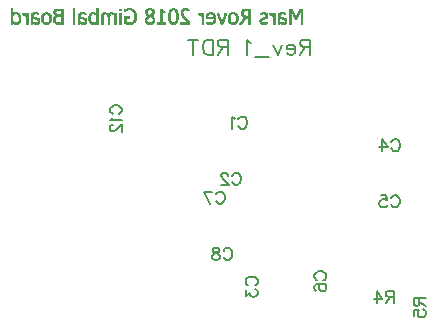
<source format=gbr>
G04 DipTrace 3.2.0.1*
G04 BottomSilk.gbr*
%MOIN*%
G04 #@! TF.FileFunction,Legend,Bot*
G04 #@! TF.Part,Single*
%ADD12C,0.003*%
%ADD99C,0.005906*%
%ADD100C,0.00772*%
%FSLAX26Y26*%
G04*
G70*
G90*
G75*
G01*
G04 BotSilk*
%LPD*%
X623217Y1895923D2*
D12*
X627717D1*
X830217D2*
X834717D1*
X908217D2*
X912717D1*
X1010217D2*
X1022217D1*
X1080717D2*
X1089717D1*
X1158717D2*
X1167717D1*
X1197717D2*
X1209717D1*
X623217Y1894423D2*
X627717D1*
X773217D2*
X795717D1*
X830217D2*
X834717D1*
X908217D2*
X912717D1*
X984717D2*
X990717D1*
X1006369D2*
X1025614D1*
X1077838D2*
X1092596D1*
X1121217D2*
X1124217D1*
X1156530D2*
X1170190D1*
X1195530D2*
X1212307D1*
X1400217D2*
X1421217D1*
X1550217D2*
X1559217D1*
X1584717D2*
X1593717D1*
X623217Y1892923D2*
X627717D1*
X770568D2*
X795717D1*
X830217D2*
X834717D1*
X908217D2*
X912717D1*
X984717D2*
X990717D1*
X1003365D2*
X1028422D1*
X1075529D2*
X1094904D1*
X1121217D2*
X1125278D1*
X1154652D2*
X1172189D1*
X1193658D2*
X1214346D1*
X1397517D2*
X1421217D1*
X1550217D2*
X1559786D1*
X1584479D2*
X1593717D1*
X623217Y1891423D2*
X627717D1*
X768389D2*
X795717D1*
X830217D2*
X834717D1*
X908217D2*
X912717D1*
X984717D2*
X990717D1*
X1001126D2*
X1030643D1*
X1073790D2*
X1096643D1*
X1121217D2*
X1126677D1*
X1153131D2*
X1173745D1*
X1192184D2*
X1215061D1*
X1395193D2*
X1421217D1*
X1550217D2*
X1560431D1*
X1584054D2*
X1593717D1*
X623217Y1889923D2*
X627717D1*
X766805D2*
X795717D1*
X830217D2*
X834717D1*
X908217D2*
X912717D1*
X984717D2*
X990717D1*
X1000391D2*
X1010217D1*
X1022154D2*
X1032477D1*
X1072514D2*
X1080722D1*
X1089359D2*
X1097919D1*
X1121217D2*
X1128767D1*
X1151952D2*
X1158774D1*
X1167711D2*
X1174982D1*
X1191143D2*
X1199222D1*
X1209717D2*
X1215461D1*
X1393387D2*
X1421217D1*
X1550217D2*
X1561128D1*
X1583469D2*
X1593717D1*
X623217Y1888423D2*
X627717D1*
X765696D2*
X775249D1*
X789717D2*
X795717D1*
X830217D2*
X834717D1*
X908217D2*
X912717D1*
X984717D2*
X990717D1*
X999999D2*
X1007217D1*
X1024897D2*
X1034069D1*
X1071570D2*
X1079281D1*
X1091485D2*
X1098863D1*
X1121217D2*
X1131332D1*
X1151041D2*
X1157472D1*
X1169152D2*
X1175892D1*
X1190407D2*
X1197781D1*
X1214217D2*
X1215717D1*
X1392062D2*
X1402017D1*
X1415217D2*
X1421217D1*
X1550217D2*
X1561850D1*
X1582794D2*
X1593717D1*
X623217Y1886923D2*
X627734D1*
X764961D2*
X773302D1*
X789717D2*
X795717D1*
X830217D2*
X834717D1*
X908217D2*
X912717D1*
X999819D2*
X1004217D1*
X1027235D2*
X1035429D1*
X1070911D2*
X1078031D1*
X1093120D2*
X1099522D1*
X1121217D2*
X1133573D1*
X1150344D2*
X1156390D1*
X1170402D2*
X1176567D1*
X1189788D2*
X1196531D1*
X1391091D2*
X1399699D1*
X1415217D2*
X1421217D1*
X1550217D2*
X1562543D1*
X1582073D2*
X1593717D1*
X623217Y1885423D2*
X627906D1*
X764558D2*
X771938D1*
X789717D2*
X795717D1*
X830217D2*
X834717D1*
X908217D2*
X912717D1*
X999717D2*
X1001217D1*
X1029044D2*
X1036532D1*
X1070539D2*
X1077140D1*
X1093689D2*
X1099900D1*
X1121217D2*
X1135241D1*
X1149781D2*
X1155524D1*
X1171299D2*
X1177161D1*
X1189292D2*
X1195640D1*
X1390419D2*
X1397946D1*
X1415217D2*
X1421217D1*
X1550217D2*
X1556217D1*
X1559274D2*
X1563147D1*
X1581336D2*
X1585979D1*
X1589217D2*
X1593717D1*
X623217Y1883923D2*
X628314D1*
X764414D2*
X770916D1*
X789717D2*
X795717D1*
X830217D2*
X834717D1*
X908211D2*
X912717D1*
X1030371D2*
X1037411D1*
X1070407D2*
X1076633D1*
X1093988D2*
X1100085D1*
X1121217D2*
X1135799D1*
X1149238D2*
X1154895D1*
X1171858D2*
X1177652D1*
X1188987D2*
X1195133D1*
X1390036D2*
X1396614D1*
X1415217D2*
X1421217D1*
X1550217D2*
X1556217D1*
X1559472D2*
X1563680D1*
X1580589D2*
X1585554D1*
X1589217D2*
X1593717D1*
X623217Y1882423D2*
X630068D1*
X633717D2*
X642717D1*
X696717D2*
X710217D1*
X735717D2*
X744717D1*
X764526D2*
X770619D1*
X789717D2*
X795717D1*
X830217D2*
X834717D1*
X854217D2*
X867717D1*
X891717D2*
X899217D1*
X908154D2*
X912717D1*
X930717D2*
X938217D1*
X953217D2*
X960717D1*
X1031348D2*
X1038095D1*
X1070517D2*
X1076394D1*
X1094065D2*
X1100159D1*
X1121217D2*
X1125717D1*
X1148774D2*
X1154528D1*
X1172294D2*
X1178007D1*
X1188837D2*
X1194894D1*
X1283217D2*
X1292217D1*
X1358217D2*
X1367217D1*
X1389849D2*
X1396150D1*
X1415217D2*
X1421217D1*
X1458717D2*
X1469217D1*
X1520217D2*
X1533717D1*
X1550217D2*
X1556217D1*
X1559884D2*
X1564261D1*
X1579841D2*
X1584969D1*
X1589217D2*
X1593717D1*
X623217Y1880923D2*
X645416D1*
X659217D2*
X663717D1*
X672717D2*
X678717D1*
X694530D2*
X712294D1*
X733017D2*
X747596D1*
X764910D2*
X770524D1*
X789717D2*
X795717D1*
X830217D2*
X834717D1*
X852030D2*
X869794D1*
X889524D2*
X902492D1*
X907922D2*
X912717D1*
X928762D2*
X940532D1*
X951195D2*
X963190D1*
X968217D2*
X974217D1*
X984717D2*
X989217D1*
X1032072D2*
X1038655D1*
X1070850D2*
X1076347D1*
X1093994D2*
X1100133D1*
X1121217D2*
X1125717D1*
X1148480D2*
X1154346D1*
X1172759D2*
X1178352D1*
X1188820D2*
X1194841D1*
X1245717D2*
X1250217D1*
X1259217D2*
X1265217D1*
X1280568D2*
X1294916D1*
X1308717D2*
X1314717D1*
X1335717D2*
X1341717D1*
X1355517D2*
X1370096D1*
X1389774D2*
X1395906D1*
X1415217D2*
X1421217D1*
X1456127D2*
X1471865D1*
X1482717D2*
X1487217D1*
X1496217D2*
X1502217D1*
X1518030D2*
X1535794D1*
X1550217D2*
X1556217D1*
X1560466D2*
X1564917D1*
X1579097D2*
X1584294D1*
X1589217D2*
X1593717D1*
X623217Y1879423D2*
X647740D1*
X659217D2*
X666992D1*
X672441D2*
X678717D1*
X692658D2*
X713833D1*
X730693D2*
X749904D1*
X765531D2*
X771034D1*
X789717D2*
X795717D1*
X830217D2*
X834717D1*
X850158D2*
X871332D1*
X887599D2*
X906019D1*
X907409D2*
X912717D1*
X927261D2*
X942930D1*
X949415D2*
X965680D1*
X967513D2*
X974217D1*
X984717D2*
X989217D1*
X1032647D2*
X1039195D1*
X1071281D2*
X1076549D1*
X1093250D2*
X1099896D1*
X1121217D2*
X1125717D1*
X1148329D2*
X1154261D1*
X1173186D2*
X1178781D1*
X1188983D2*
X1194996D1*
X1245717D2*
X1253492D1*
X1258941D2*
X1265217D1*
X1278389D2*
X1297240D1*
X1309235D2*
X1314948D1*
X1335485D2*
X1341485D1*
X1353193D2*
X1372404D1*
X1389794D2*
X1395847D1*
X1415217D2*
X1421217D1*
X1454087D2*
X1474044D1*
X1482717D2*
X1490492D1*
X1495941D2*
X1502217D1*
X1516158D2*
X1537332D1*
X1550217D2*
X1556217D1*
X1561139D2*
X1565621D1*
X1578395D2*
X1583579D1*
X1589217D2*
X1593717D1*
X623217Y1877923D2*
X649546D1*
X659217D2*
X670519D1*
X671914D2*
X678717D1*
X691190D2*
X714339D1*
X728887D2*
X751643D1*
X766397D2*
X772253D1*
X789717D2*
X795717D1*
X830217D2*
X834717D1*
X848690D2*
X871803D1*
X885940D2*
X912717D1*
X926182D2*
X945686D1*
X947623D2*
X974217D1*
X984717D2*
X989217D1*
X1033193D2*
X1039660D1*
X1071788D2*
X1077101D1*
X1091972D2*
X1099291D1*
X1121217D2*
X1125717D1*
X1148261D2*
X1154177D1*
X1173463D2*
X1179193D1*
X1189337D2*
X1195393D1*
X1245717D2*
X1257019D1*
X1258414D2*
X1265217D1*
X1276805D2*
X1299046D1*
X1309734D2*
X1315326D1*
X1335107D2*
X1341107D1*
X1351387D2*
X1374143D1*
X1389979D2*
X1395999D1*
X1415217D2*
X1421217D1*
X1453372D2*
X1475628D1*
X1482717D2*
X1494019D1*
X1495414D2*
X1502217D1*
X1514690D2*
X1537803D1*
X1550217D2*
X1556217D1*
X1561860D2*
X1566354D1*
X1577788D2*
X1582889D1*
X1589217D2*
X1593717D1*
X623217Y1876423D2*
X632574D1*
X642365D2*
X650877D1*
X659217D2*
X678717D1*
X690037D2*
X698749D1*
X710217D2*
X714717D1*
X727562D2*
X736068D1*
X744365D2*
X752925D1*
X767528D2*
X775932D1*
X789717D2*
X795717D1*
X830217D2*
X834717D1*
X847537D2*
X856249D1*
X867717D2*
X872058D1*
X884587D2*
X891774D1*
X900121D2*
X912717D1*
X925457D2*
X932454D1*
X939416D2*
X954780D1*
X961916D2*
X974217D1*
X984717D2*
X989217D1*
X1033659D2*
X1039953D1*
X1072535D2*
X1078011D1*
X1089933D2*
X1098305D1*
X1121217D2*
X1125717D1*
X1148233D2*
X1153973D1*
X1173608D2*
X1179466D1*
X1189771D2*
X1195969D1*
X1245717D2*
X1265217D1*
X1275690D2*
X1283574D1*
X1291916D2*
X1300377D1*
X1310216D2*
X1315767D1*
X1334666D2*
X1340666D1*
X1350062D2*
X1358568D1*
X1366865D2*
X1375425D1*
X1390392D2*
X1396405D1*
X1415217D2*
X1421217D1*
X1452972D2*
X1458717D1*
X1468627D2*
X1476737D1*
X1482717D2*
X1502217D1*
X1513537D2*
X1522249D1*
X1533717D2*
X1538058D1*
X1550217D2*
X1556217D1*
X1562597D2*
X1567095D1*
X1577254D2*
X1582286D1*
X1589217D2*
X1593717D1*
X623217Y1874923D2*
X630448D1*
X644544D2*
X651901D1*
X659217D2*
X678717D1*
X689615D2*
X696802D1*
X726585D2*
X733889D1*
X746544D2*
X753921D1*
X768846D2*
X782020D1*
X789717D2*
X795717D1*
X830217D2*
X834717D1*
X847115D2*
X854302D1*
X872217D2*
D3*
X883604D2*
X890472D1*
X903317D2*
X912717D1*
X925045D2*
X931385D1*
X941735D2*
X953530D1*
X964235D2*
X974217D1*
X984717D2*
X989217D1*
X1033953D2*
X1040104D1*
X1073592D2*
X1079356D1*
X1086851D2*
X1097115D1*
X1121217D2*
X1125717D1*
X1148222D2*
X1153610D1*
X1173674D2*
X1179609D1*
X1190228D2*
X1196646D1*
X1245717D2*
X1265217D1*
X1274903D2*
X1281448D1*
X1294240D2*
X1301401D1*
X1310775D2*
X1316227D1*
X1334212D2*
X1340206D1*
X1349085D2*
X1356389D1*
X1369044D2*
X1376421D1*
X1391025D2*
X1397139D1*
X1415217D2*
X1421217D1*
X1452717D2*
X1455717D1*
X1470655D2*
X1477472D1*
X1482717D2*
X1502217D1*
X1513115D2*
X1520302D1*
X1538217D2*
D3*
X1550217D2*
X1556217D1*
X1563338D2*
X1567838D1*
X1576673D2*
X1581753D1*
X1589217D2*
X1593717D1*
X623217Y1873423D2*
X628813D1*
X646128D2*
X652764D1*
X664168D2*
X678717D1*
X689386D2*
X695438D1*
X725861D2*
X732305D1*
X748128D2*
X754772D1*
X770264D2*
X795717D1*
X830217D2*
X834717D1*
X846886D2*
X852938D1*
X882892D2*
X889390D1*
X905884D2*
X912717D1*
X924796D2*
X930523D1*
X943487D2*
X952640D1*
X965987D2*
X974217D1*
X984717D2*
X989217D1*
X1034104D2*
X1040172D1*
X1074872D2*
X1081325D1*
X1082612D2*
X1096029D1*
X1121217D2*
X1125717D1*
X1148219D2*
X1153224D1*
X1173700D2*
X1179674D1*
X1190785D2*
X1197413D1*
X1250668D2*
X1265217D1*
X1274302D2*
X1279813D1*
X1296046D2*
X1302264D1*
X1311417D2*
X1316778D1*
X1333707D2*
X1339655D1*
X1348361D2*
X1354805D1*
X1370628D2*
X1377272D1*
X1391895D2*
X1398193D1*
X1415217D2*
X1421217D1*
X1471449D2*
X1477881D1*
X1487668D2*
X1502217D1*
X1512886D2*
X1518938D1*
X1550217D2*
X1556217D1*
X1564039D2*
X1568545D1*
X1576010D2*
X1581172D1*
X1589217D2*
X1593717D1*
X623217Y1871923D2*
X628244D1*
X647237D2*
X653506D1*
X667958D2*
X678717D1*
X689283D2*
X694561D1*
X725286D2*
X731196D1*
X749243D2*
X755509D1*
X771717D2*
X795717D1*
X830217D2*
X834717D1*
X846783D2*
X852061D1*
X882282D2*
X888524D1*
X907203D2*
X912717D1*
X924520D2*
X929895D1*
X944819D2*
X952133D1*
X967319D2*
X974217D1*
X984717D2*
X989217D1*
X1034172D2*
X1040200D1*
X1076273D2*
X1095191D1*
X1121217D2*
X1125717D1*
X1148217D2*
X1152962D1*
X1173711D2*
X1179701D1*
X1191476D2*
X1198294D1*
X1254458D2*
X1265217D1*
X1273746D2*
X1279181D1*
X1297372D2*
X1303006D1*
X1312070D2*
X1317418D1*
X1333206D2*
X1339015D1*
X1347786D2*
X1353696D1*
X1371743D2*
X1378009D1*
X1393034D2*
X1402173D1*
X1415217D2*
X1421217D1*
X1471962D2*
X1478072D1*
X1491458D2*
X1502217D1*
X1512783D2*
X1518061D1*
X1550217D2*
X1556217D1*
X1564645D2*
X1569213D1*
X1575244D2*
X1580516D1*
X1589217D2*
X1593717D1*
X623217Y1870423D2*
X627940D1*
X647978D2*
X654077D1*
X670822D2*
X678717D1*
X689241D2*
X694058D1*
X724740D2*
X730461D1*
X750030D2*
X756078D1*
X768889D2*
X795717D1*
X830217D2*
X834717D1*
X846741D2*
X851558D1*
X881790D2*
X887895D1*
X907731D2*
X912717D1*
X924127D2*
X929528D1*
X945283D2*
X951889D1*
X967783D2*
X974217D1*
X984717D2*
X989217D1*
X1034200D2*
X1040211D1*
X1077717D2*
X1095309D1*
X1121217D2*
X1125717D1*
X1148217D2*
X1152822D1*
X1173715D2*
X1179711D1*
X1192321D2*
X1199262D1*
X1257322D2*
X1265217D1*
X1273276D2*
X1278626D1*
X1298343D2*
X1303577D1*
X1312657D2*
X1318071D1*
X1332727D2*
X1338362D1*
X1347240D2*
X1352961D1*
X1372530D2*
X1378578D1*
X1394399D2*
X1408641D1*
X1415217D2*
X1421217D1*
X1471885D2*
X1478104D1*
X1494322D2*
X1502217D1*
X1512741D2*
X1517558D1*
X1550217D2*
X1556217D1*
X1565179D2*
X1570014D1*
X1574241D2*
X1579812D1*
X1589217D2*
X1593717D1*
X623217Y1868923D2*
X627803D1*
X648440D2*
X654420D1*
X671973D2*
X678717D1*
X689225D2*
X693717D1*
X724274D2*
X730052D1*
X750631D2*
X756421D1*
X766725D2*
X795717D1*
X830217D2*
X834717D1*
X846725D2*
X851217D1*
X881486D2*
X887528D1*
X908012D2*
X912717D1*
X923730D2*
X929346D1*
X945533D2*
X951783D1*
X968033D2*
X974217D1*
X984717D2*
X989217D1*
X999717D2*
X1017717D1*
X1034211D2*
X1040215D1*
X1075710D2*
X1096237D1*
X1121217D2*
X1125717D1*
X1148217D2*
X1152764D1*
X1173716D2*
X1179715D1*
X1193272D2*
X1200232D1*
X1258473D2*
X1265217D1*
X1272981D2*
X1277886D1*
X1299018D2*
X1303920D1*
X1313177D2*
X1318657D1*
X1332213D2*
X1337776D1*
X1346774D2*
X1352552D1*
X1373131D2*
X1378921D1*
X1395947D2*
X1421217D1*
X1470974D2*
X1477941D1*
X1495473D2*
X1502217D1*
X1512725D2*
X1517217D1*
X1550217D2*
X1556217D1*
X1565761D2*
X1571218D1*
X1572861D2*
X1579079D1*
X1589217D2*
X1593717D1*
X623217Y1867423D2*
X627748D1*
X648828D2*
X654592D1*
X672373D2*
X678717D1*
X689219D2*
X700962D1*
X723980D2*
X729855D1*
X751187D2*
X756592D1*
X765207D2*
X773574D1*
X789717D2*
X795717D1*
X830217D2*
X834717D1*
X846719D2*
X858462D1*
X881331D2*
X887346D1*
X908137D2*
X912717D1*
X923464D2*
X929267D1*
X945645D2*
X951741D1*
X968145D2*
X974217D1*
X984717D2*
X989217D1*
X999717D2*
X1017717D1*
X1034215D2*
X1040216D1*
X1073822D2*
X1085280D1*
X1091211D2*
X1097380D1*
X1121217D2*
X1125717D1*
X1148217D2*
X1152791D1*
X1173716D2*
X1179716D1*
X1194236D2*
X1201272D1*
X1258873D2*
X1265217D1*
X1272829D2*
X1276870D1*
X1299428D2*
X1304092D1*
X1313709D2*
X1319177D1*
X1331708D2*
X1337256D1*
X1346480D2*
X1352355D1*
X1373687D2*
X1379092D1*
X1397466D2*
X1421217D1*
X1468354D2*
X1477530D1*
X1495873D2*
X1502217D1*
X1512719D2*
X1524462D1*
X1550217D2*
X1556217D1*
X1566417D2*
X1578338D1*
X1589217D2*
X1593717D1*
X623217Y1865923D2*
X627728D1*
X649272D2*
X654668D1*
X672577D2*
X678717D1*
X689218D2*
X706773D1*
X723829D2*
X729770D1*
X751657D2*
X756668D1*
X764149D2*
X771448D1*
X789717D2*
X795717D1*
X830217D2*
X834717D1*
X846718D2*
X864273D1*
X881262D2*
X887267D1*
X908187D2*
X912717D1*
X923323D2*
X929235D1*
X945690D2*
X951725D1*
X968190D2*
X974217D1*
X984717D2*
X989217D1*
X999717D2*
X1017717D1*
X1034210D2*
X1040216D1*
X1072281D2*
X1082530D1*
X1092652D2*
X1098547D1*
X1121217D2*
X1125717D1*
X1148217D2*
X1152972D1*
X1173716D2*
X1179716D1*
X1195273D2*
X1202479D1*
X1259077D2*
X1265217D1*
X1272761D2*
X1304168D1*
X1314221D2*
X1319709D1*
X1331222D2*
X1336724D1*
X1346329D2*
X1352270D1*
X1374157D2*
X1379168D1*
X1398765D2*
X1421217D1*
X1464942D2*
X1476842D1*
X1496077D2*
X1502217D1*
X1512718D2*
X1530273D1*
X1550217D2*
X1556217D1*
X1567121D2*
X1577595D1*
X1589217D2*
X1593717D1*
X623217Y1864423D2*
X627720D1*
X649685D2*
X654699D1*
X672664D2*
X678717D1*
X689217D2*
X710883D1*
X723761D2*
X729736D1*
X751952D2*
X756699D1*
X763441D2*
X769813D1*
X789717D2*
X795717D1*
X830217D2*
X834717D1*
X846717D2*
X868383D1*
X881233D2*
X887235D1*
X908206D2*
X912717D1*
X923259D2*
X929223D1*
X945707D2*
X951719D1*
X968207D2*
X974217D1*
X984717D2*
X989217D1*
X999717D2*
X1017717D1*
X1034158D2*
X1040211D1*
X1071191D2*
X1080146D1*
X1093902D2*
X1099575D1*
X1121217D2*
X1125717D1*
X1148217D2*
X1153327D1*
X1173717D2*
X1179711D1*
X1196480D2*
X1203829D1*
X1259164D2*
X1265217D1*
X1272733D2*
X1304199D1*
X1314710D2*
X1320221D1*
X1330660D2*
X1336212D1*
X1346261D2*
X1352236D1*
X1374452D2*
X1379199D1*
X1399262D2*
X1421217D1*
X1461311D2*
X1475927D1*
X1496164D2*
X1502217D1*
X1512717D2*
X1534383D1*
X1550217D2*
X1556217D1*
X1567854D2*
X1576894D1*
X1589217D2*
X1593717D1*
X623217Y1862923D2*
X627718D1*
X649906D2*
X654710D1*
X672698D2*
X678717D1*
X689217D2*
X713658D1*
X723733D2*
X729723D1*
X752098D2*
X756710D1*
X763044D2*
X769244D1*
X789717D2*
X795717D1*
X830217D2*
X834717D1*
X846717D2*
X871158D1*
X881222D2*
X887223D1*
X908213D2*
X912717D1*
X923232D2*
X929219D1*
X945713D2*
X951717D1*
X968213D2*
X974217D1*
X984717D2*
X989217D1*
X999717D2*
X1005717D1*
X1033967D2*
X1040158D1*
X1070427D2*
X1078198D1*
X1094793D2*
X1100420D1*
X1121217D2*
X1125717D1*
X1148217D2*
X1153711D1*
X1173711D2*
X1179658D1*
X1197829D2*
X1205261D1*
X1259198D2*
X1265217D1*
X1272722D2*
X1304210D1*
X1315272D2*
X1320704D1*
X1330017D2*
X1335723D1*
X1346233D2*
X1352223D1*
X1374598D2*
X1379210D1*
X1398233D2*
X1406222D1*
X1415217D2*
X1421217D1*
X1458101D2*
X1473913D1*
X1496198D2*
X1502217D1*
X1512717D2*
X1537158D1*
X1550217D2*
X1556217D1*
X1568600D2*
X1576283D1*
X1589217D2*
X1593717D1*
X623217Y1861423D2*
X627717D1*
X649859D2*
X654714D1*
X672710D2*
X678717D1*
X689217D2*
X693717D1*
X701832D2*
X715763D1*
X723722D2*
X729719D1*
X752114D2*
X756714D1*
X762852D2*
X768940D1*
X789717D2*
X795717D1*
X830217D2*
X834717D1*
X846717D2*
X851217D1*
X859332D2*
X873263D1*
X881224D2*
X887219D1*
X908215D2*
X912717D1*
X923222D2*
X929217D1*
X945715D2*
X951717D1*
X968215D2*
X974217D1*
X984717D2*
X989217D1*
X999717D2*
X1005717D1*
X1033602D2*
X1039967D1*
X1069796D2*
X1076703D1*
X1095300D2*
X1101042D1*
X1121217D2*
X1125717D1*
X1148217D2*
X1153972D1*
X1173658D2*
X1179467D1*
X1199261D2*
X1206733D1*
X1259210D2*
X1265217D1*
X1272717D2*
X1304214D1*
X1315916D2*
X1321219D1*
X1329363D2*
X1335161D1*
X1346222D2*
X1352219D1*
X1374614D2*
X1379214D1*
X1397058D2*
X1404775D1*
X1415217D2*
X1421217D1*
X1455669D2*
X1471131D1*
X1496210D2*
X1502217D1*
X1512717D2*
X1517217D1*
X1525332D2*
X1539263D1*
X1550217D2*
X1556217D1*
X1569387D2*
X1575714D1*
X1589217D2*
X1593717D1*
X623217Y1859923D2*
X627717D1*
X649565D2*
X654716D1*
X672714D2*
X678717D1*
X689217D2*
X693717D1*
X705958D2*
X716710D1*
X723724D2*
X729717D1*
X751950D2*
X756716D1*
X762769D2*
X768803D1*
X789717D2*
X795717D1*
X830217D2*
X834717D1*
X846717D2*
X851217D1*
X863458D2*
X874210D1*
X881276D2*
X887223D1*
X908216D2*
X912717D1*
X923218D2*
X929217D1*
X945716D2*
X951717D1*
X968216D2*
X974217D1*
X984717D2*
X989217D1*
X999717D2*
X1005717D1*
X1033164D2*
X1039602D1*
X1069295D2*
X1075539D1*
X1095545D2*
X1101407D1*
X1121217D2*
X1125717D1*
X1148222D2*
X1154111D1*
X1173467D2*
X1179108D1*
X1200733D2*
X1208222D1*
X1259214D2*
X1265217D1*
X1299659D2*
X1304216D1*
X1316570D2*
X1321725D1*
X1328776D2*
X1334517D1*
X1346224D2*
X1352217D1*
X1374450D2*
X1379216D1*
X1395879D2*
X1403466D1*
X1415217D2*
X1421217D1*
X1453847D2*
X1467600D1*
X1496214D2*
X1502217D1*
X1512717D2*
X1517217D1*
X1529458D2*
X1540210D1*
X1550217D2*
X1556217D1*
X1570261D2*
X1575023D1*
X1589217D2*
X1593717D1*
X623217Y1858423D2*
X627717D1*
X649207D2*
X654710D1*
X672716D2*
X678717D1*
X689217D2*
X693717D1*
X708907D2*
X717263D1*
X723776D2*
X729723D1*
X751596D2*
X756710D1*
X762736D2*
X768754D1*
X789717D2*
X795717D1*
X830217D2*
X834717D1*
X846717D2*
X851217D1*
X866407D2*
X874763D1*
X881467D2*
X887275D1*
X908216D2*
X912717D1*
X923217D2*
X929217D1*
X945716D2*
X951717D1*
X968216D2*
X974217D1*
X984717D2*
X989217D1*
X999717D2*
X1005717D1*
X1032706D2*
X1039164D1*
X1068993D2*
X1075122D1*
X1095644D2*
X1101587D1*
X1121217D2*
X1125717D1*
X1148275D2*
X1154180D1*
X1173108D2*
X1178717D1*
X1202222D2*
X1209719D1*
X1259216D2*
X1265217D1*
X1299461D2*
X1304210D1*
X1317157D2*
X1322211D1*
X1328250D2*
X1333863D1*
X1346276D2*
X1352223D1*
X1374096D2*
X1379210D1*
X1394793D2*
X1402326D1*
X1415217D2*
X1421217D1*
X1453029D2*
X1463915D1*
X1496216D2*
X1502217D1*
X1512717D2*
X1517217D1*
X1532407D2*
X1540763D1*
X1550217D2*
X1556217D1*
X1571217D2*
X1574217D1*
X1589217D2*
X1593717D1*
X623217Y1856923D2*
X627722D1*
X648950D2*
X654658D1*
X672716D2*
X678717D1*
X689217D2*
X693722D1*
X711165D2*
X717530D1*
X723967D2*
X729781D1*
X751162D2*
X756658D1*
X762729D2*
X768792D1*
X789717D2*
X795717D1*
X830217D2*
X834717D1*
X846717D2*
X851222D1*
X868665D2*
X875030D1*
X881831D2*
X887472D1*
X908216D2*
X912717D1*
X923217D2*
X929217D1*
X945717D2*
X951717D1*
X968217D2*
X974217D1*
X984717D2*
X989217D1*
X999717D2*
X1005717D1*
X1032149D2*
X1038706D1*
X1068890D2*
X1074945D1*
X1095634D2*
X1101660D1*
X1121217D2*
X1125717D1*
X1148466D2*
X1154259D1*
X1172717D2*
X1178403D1*
X1203719D2*
X1211217D1*
X1259216D2*
X1265217D1*
X1299049D2*
X1304158D1*
X1317683D2*
X1322777D1*
X1327666D2*
X1333276D1*
X1346467D2*
X1352281D1*
X1373662D2*
X1379158D1*
X1393698D2*
X1401210D1*
X1415217D2*
X1421217D1*
X1452349D2*
X1460919D1*
X1496216D2*
X1502217D1*
X1512717D2*
X1517222D1*
X1534665D2*
X1541030D1*
X1550217D2*
X1556217D1*
X1589217D2*
X1593717D1*
X623217Y1855423D2*
X627787D1*
X648756D2*
X654467D1*
X672716D2*
X678717D1*
X689217D2*
X693781D1*
X712291D2*
X717645D1*
X724331D2*
X730025D1*
X750705D2*
X756461D1*
X762783D2*
X769040D1*
X789717D2*
X795717D1*
X830217D2*
X834717D1*
X846717D2*
X851281D1*
X869791D2*
X875145D1*
X882269D2*
X887890D1*
X908217D2*
X912717D1*
X923217D2*
X929217D1*
X945717D2*
X951717D1*
X968217D2*
X974217D1*
X984717D2*
X989217D1*
X999717D2*
X1005717D1*
X1031445D2*
X1038149D1*
X1069017D2*
X1075039D1*
X1095452D2*
X1101639D1*
X1121217D2*
X1125717D1*
X1148831D2*
X1154467D1*
X1172397D2*
X1178072D1*
X1205217D2*
X1212711D1*
X1259216D2*
X1265217D1*
X1298467D2*
X1303961D1*
X1318262D2*
X1323465D1*
X1326972D2*
X1332750D1*
X1346831D2*
X1352525D1*
X1373205D2*
X1378961D1*
X1392468D2*
X1399978D1*
X1415217D2*
X1421217D1*
X1451873D2*
X1458657D1*
X1496216D2*
X1502217D1*
X1512717D2*
X1517281D1*
X1535791D2*
X1541145D1*
X1550217D2*
X1556217D1*
X1589217D2*
X1593717D1*
X623217Y1853923D2*
X627945D1*
X648444D2*
X654102D1*
X672717D2*
X678717D1*
X689217D2*
X694037D1*
X712681D2*
X717691D1*
X724769D2*
X730587D1*
X750143D2*
X756049D1*
X763026D2*
X769523D1*
X789717D2*
X795717D1*
X830217D2*
X834717D1*
X846717D2*
X851537D1*
X870181D2*
X875191D1*
X882727D2*
X888524D1*
X908199D2*
X912717D1*
X923217D2*
X929217D1*
X945717D2*
X951717D1*
X968217D2*
X974217D1*
X984717D2*
X989217D1*
X999717D2*
X1005728D1*
X1030489D2*
X1037457D1*
X1069401D2*
X1075420D1*
X1095034D2*
X1101454D1*
X1121217D2*
X1125717D1*
X1149269D2*
X1154888D1*
X1172008D2*
X1177644D1*
X1206717D2*
X1214152D1*
X1259217D2*
X1265217D1*
X1297776D2*
X1303549D1*
X1318912D2*
X1324291D1*
X1326144D2*
X1332171D1*
X1347269D2*
X1353087D1*
X1372643D2*
X1378549D1*
X1391115D2*
X1398669D1*
X1415217D2*
X1421217D1*
X1451615D2*
X1457797D1*
X1496217D2*
X1502217D1*
X1512717D2*
X1517537D1*
X1536181D2*
X1541191D1*
X1550217D2*
X1556217D1*
X1589217D2*
X1593717D1*
X623217Y1852423D2*
X628704D1*
X647943D2*
X653664D1*
X672717D2*
X678717D1*
X689217D2*
X694522D1*
X712464D2*
X717702D1*
X725227D2*
X731477D1*
X749357D2*
X755467D1*
X763587D2*
X770947D1*
X789717D2*
X795717D1*
X830217D2*
X834717D1*
X846717D2*
X852022D1*
X869964D2*
X875202D1*
X883284D2*
X889430D1*
X908107D2*
X912717D1*
X923217D2*
X929217D1*
X945717D2*
X951717D1*
X968217D2*
X974217D1*
X984717D2*
X989217D1*
X999717D2*
X1005763D1*
X1029050D2*
X1036607D1*
X1069972D2*
X1076127D1*
X1094314D2*
X1101041D1*
X1121217D2*
X1125717D1*
X1149727D2*
X1155553D1*
X1171306D2*
X1177174D1*
X1208217D2*
X1215402D1*
X1259217D2*
X1265217D1*
X1296850D2*
X1302967D1*
X1319569D2*
X1331521D1*
X1347727D2*
X1353977D1*
X1371857D2*
X1377967D1*
X1389733D2*
X1397424D1*
X1415217D2*
X1421217D1*
X1451916D2*
X1457645D1*
X1496217D2*
X1502217D1*
X1512717D2*
X1518022D1*
X1535964D2*
X1541202D1*
X1550217D2*
X1556217D1*
X1589217D2*
X1593717D1*
X623217Y1850923D2*
X630802D1*
X646531D2*
X653206D1*
X672717D2*
X678717D1*
X689217D2*
X695853D1*
X711613D2*
X717649D1*
X725784D2*
X732577D1*
X748320D2*
X754788D1*
X764442D2*
X775317D1*
X789717D2*
X795717D1*
X830217D2*
X834717D1*
X846717D2*
X853353D1*
X869113D2*
X875149D1*
X883982D2*
X890596D1*
X907935D2*
X912717D1*
X923217D2*
X929217D1*
X945717D2*
X951717D1*
X968217D2*
X974217D1*
X984717D2*
X989217D1*
X999722D2*
X1006314D1*
X1026661D2*
X1035602D1*
X1070647D2*
X1077124D1*
X1093311D2*
X1100408D1*
X1121217D2*
X1125717D1*
X1150284D2*
X1156417D1*
X1170294D2*
X1176659D1*
X1209717D2*
X1216293D1*
X1259217D2*
X1265217D1*
X1272717D2*
X1274217D1*
X1295609D2*
X1302288D1*
X1320157D2*
X1330864D1*
X1348284D2*
X1355077D1*
X1370820D2*
X1377288D1*
X1388450D2*
X1396310D1*
X1415217D2*
X1421217D1*
X1452312D2*
X1458389D1*
X1496217D2*
X1502217D1*
X1512717D2*
X1519353D1*
X1535113D2*
X1541149D1*
X1550217D2*
X1556217D1*
X1589217D2*
X1593717D1*
X623217Y1849423D2*
X634260D1*
X644083D2*
X652643D1*
X672717D2*
X678717D1*
X689217D2*
X699177D1*
X708726D2*
X717401D1*
X726488D2*
X735594D1*
X745119D2*
X754014D1*
X765541D2*
X782388D1*
X789717D2*
X795717D1*
X830217D2*
X834717D1*
X846717D2*
X856677D1*
X866226D2*
X874901D1*
X884879D2*
X893537D1*
X904021D2*
X912717D1*
X923217D2*
X929217D1*
X945717D2*
X951717D1*
X968217D2*
X974217D1*
X984717D2*
X989217D1*
X999793D2*
X1009777D1*
X1022393D2*
X1034442D1*
X1071425D2*
X1080318D1*
X1090115D2*
X1099538D1*
X1121217D2*
X1125717D1*
X1150982D2*
X1158927D1*
X1167650D2*
X1175954D1*
X1211217D2*
X1216800D1*
X1259217D2*
X1265217D1*
X1272728D2*
X1278975D1*
X1291452D2*
X1301509D1*
X1320677D2*
X1330276D1*
X1348988D2*
X1358094D1*
X1367619D2*
X1376514D1*
X1387320D2*
X1395205D1*
X1415217D2*
X1421217D1*
X1452801D2*
X1461441D1*
X1475217D2*
X1478217D1*
X1496217D2*
X1502217D1*
X1512717D2*
X1522677D1*
X1532226D2*
X1540901D1*
X1550217D2*
X1556217D1*
X1589217D2*
X1593717D1*
X623217Y1847923D2*
X639471D1*
X640120D2*
X651886D1*
X672717D2*
X678717D1*
X689217D2*
X704168D1*
X704038D2*
X716787D1*
X727444D2*
X740352D1*
X740209D2*
X753068D1*
X767024D2*
X795717D1*
X830217D2*
X834717D1*
X846717D2*
X861668D1*
X861538D2*
X874287D1*
X886028D2*
X898090D1*
X897837D2*
X912717D1*
X923217D2*
X929217D1*
X945717D2*
X951717D1*
X968217D2*
X974217D1*
X984717D2*
X989217D1*
X999968D2*
X1015897D1*
X1015580D2*
X1032981D1*
X1072418D2*
X1085226D1*
X1085207D2*
X1098399D1*
X1110717D2*
X1136217D1*
X1151885D2*
X1162856D1*
X1163637D2*
X1175028D1*
X1187217D2*
X1217045D1*
X1259217D2*
X1265217D1*
X1272851D2*
X1285706D1*
X1285037D2*
X1300516D1*
X1321204D2*
X1329755D1*
X1349944D2*
X1362852D1*
X1362709D2*
X1375568D1*
X1386208D2*
X1393970D1*
X1415217D2*
X1421217D1*
X1453545D2*
X1466273D1*
X1467201D2*
X1478142D1*
X1496217D2*
X1502217D1*
X1512717D2*
X1527668D1*
X1527538D2*
X1540287D1*
X1550217D2*
X1556217D1*
X1589217D2*
X1593717D1*
X623217Y1846423D2*
X650740D1*
X672717D2*
X678717D1*
X689217D2*
X715737D1*
X728836D2*
X751795D1*
X769072D2*
X795717D1*
X830217D2*
X834717D1*
X846717D2*
X873237D1*
X887408D2*
X912717D1*
X923217D2*
X929217D1*
X945717D2*
X951717D1*
X968217D2*
X974217D1*
X984717D2*
X989217D1*
X1000909D2*
X1031083D1*
X1073826D2*
X1097024D1*
X1110717D2*
X1136217D1*
X1153085D2*
X1173856D1*
X1187217D2*
X1217150D1*
X1259217D2*
X1265217D1*
X1273150D2*
X1299107D1*
X1321666D2*
X1329216D1*
X1351336D2*
X1374295D1*
X1384972D2*
X1392611D1*
X1415217D2*
X1421217D1*
X1454656D2*
X1477965D1*
X1496217D2*
X1502217D1*
X1512717D2*
X1539237D1*
X1550217D2*
X1556217D1*
X1589217D2*
X1593717D1*
X623217Y1844923D2*
X627717D1*
X630717D2*
X648995D1*
X672717D2*
X678717D1*
X689217D2*
X693717D1*
X696717D2*
X714250D1*
X730762D2*
X750003D1*
X771718D2*
X795717D1*
X830217D2*
X834717D1*
X846717D2*
X851217D1*
X854217D2*
X871750D1*
X889061D2*
X912717D1*
X923217D2*
X929217D1*
X945717D2*
X951717D1*
X968217D2*
X974217D1*
X984717D2*
X989217D1*
X1003377D2*
X1028636D1*
X1075758D2*
X1095371D1*
X1110717D2*
X1136217D1*
X1154639D2*
X1172236D1*
X1187217D2*
X1217194D1*
X1259217D2*
X1265217D1*
X1274782D2*
X1297175D1*
X1321982D2*
X1328692D1*
X1353262D2*
X1372503D1*
X1383620D2*
X1391177D1*
X1415217D2*
X1421217D1*
X1456168D2*
X1477037D1*
X1496217D2*
X1502217D1*
X1512717D2*
X1517217D1*
X1520217D2*
X1537750D1*
X1550217D2*
X1556217D1*
X1589217D2*
X1593717D1*
X623217Y1843423D2*
X627717D1*
X633717D2*
X646722D1*
X672717D2*
X678717D1*
X689217D2*
X693717D1*
X699717D2*
X712347D1*
X733140D2*
X747556D1*
X774717D2*
X795717D1*
X830217D2*
X834717D1*
X846717D2*
X851217D1*
X857217D2*
X869847D1*
X891042D2*
X905217D1*
X908217D2*
X912717D1*
X923217D2*
X929217D1*
X945717D2*
X951717D1*
X968217D2*
X974217D1*
X984717D2*
X989217D1*
X1006606D2*
X1025588D1*
X1078139D2*
X1093391D1*
X1110717D2*
X1136217D1*
X1156571D2*
X1170101D1*
X1187217D2*
X1217217D1*
X1259217D2*
X1265217D1*
X1277262D2*
X1294794D1*
X1322217D2*
X1328217D1*
X1355640D2*
X1370056D1*
X1382217D2*
X1389717D1*
X1415217D2*
X1421217D1*
X1458081D2*
X1474807D1*
X1496217D2*
X1502217D1*
X1512717D2*
X1517217D1*
X1523217D2*
X1535847D1*
X1550217D2*
X1556217D1*
X1589217D2*
X1593717D1*
X636717Y1841923D2*
X644217D1*
X702717D2*
X710217D1*
X735717D2*
X744717D1*
X860217D2*
X867717D1*
X893217D2*
X902217D1*
X1010217D2*
X1022217D1*
X1080717D2*
X1091217D1*
X1158717D2*
X1167717D1*
X1280217D2*
X1292217D1*
X1358217D2*
X1367217D1*
X1460217D2*
X1472217D1*
X1526217D2*
X1533717D1*
X623217Y1895923D2*
Y1894423D1*
Y1892923D1*
Y1891423D1*
Y1889923D1*
Y1888423D1*
Y1886923D1*
Y1885423D1*
Y1883923D1*
Y1882423D1*
Y1880923D1*
Y1879423D1*
Y1877923D1*
Y1876423D1*
Y1874923D1*
Y1873423D1*
Y1871923D1*
Y1870423D1*
Y1868923D1*
Y1867423D1*
Y1865923D1*
Y1864423D1*
Y1862923D1*
Y1861423D1*
Y1859923D1*
Y1858423D1*
Y1856923D1*
Y1855423D1*
Y1853923D1*
Y1852423D1*
Y1850923D1*
Y1849423D1*
Y1847923D1*
Y1846423D1*
Y1844923D1*
Y1843423D1*
X627717Y1895923D2*
Y1894423D1*
Y1892923D1*
Y1891423D1*
Y1889923D1*
Y1888423D1*
X627734Y1886923D1*
X627906Y1885423D1*
X628314Y1883923D1*
X630068Y1882423D1*
X632217Y1880923D1*
X830217Y1895923D2*
Y1894423D1*
Y1892923D1*
Y1891423D1*
Y1889923D1*
Y1888423D1*
Y1886923D1*
Y1885423D1*
Y1883923D1*
Y1882423D1*
Y1880923D1*
Y1879423D1*
Y1877923D1*
Y1876423D1*
Y1874923D1*
Y1873423D1*
Y1871923D1*
Y1870423D1*
Y1868923D1*
Y1867423D1*
Y1865923D1*
Y1864423D1*
Y1862923D1*
Y1861423D1*
Y1859923D1*
Y1858423D1*
Y1856923D1*
Y1855423D1*
Y1853923D1*
Y1852423D1*
Y1850923D1*
Y1849423D1*
Y1847923D1*
Y1846423D1*
Y1844923D1*
Y1843423D1*
X834717Y1895923D2*
Y1894423D1*
Y1892923D1*
Y1891423D1*
Y1889923D1*
Y1888423D1*
Y1886923D1*
Y1885423D1*
Y1883923D1*
Y1882423D1*
Y1880923D1*
Y1879423D1*
Y1877923D1*
Y1876423D1*
Y1874923D1*
Y1873423D1*
Y1871923D1*
Y1870423D1*
Y1868923D1*
Y1867423D1*
Y1865923D1*
Y1864423D1*
Y1862923D1*
Y1861423D1*
Y1859923D1*
Y1858423D1*
Y1856923D1*
Y1855423D1*
Y1853923D1*
Y1852423D1*
Y1850923D1*
Y1849423D1*
Y1847923D1*
Y1846423D1*
Y1844923D1*
Y1843423D1*
X908217Y1895923D2*
Y1894423D1*
Y1892923D1*
Y1891423D1*
Y1889923D1*
Y1888423D1*
Y1886923D1*
Y1885423D1*
X908211Y1883923D1*
X908154Y1882423D1*
X907922Y1880923D1*
X907409Y1879423D1*
X906717Y1877923D1*
X912717Y1895923D2*
Y1894423D1*
Y1892923D1*
Y1891423D1*
Y1889923D1*
Y1888423D1*
Y1886923D1*
Y1885423D1*
Y1883923D1*
Y1882423D1*
Y1880923D1*
Y1879423D1*
Y1877923D1*
Y1876423D1*
Y1874923D1*
Y1873423D1*
Y1871923D1*
Y1870423D1*
Y1868923D1*
Y1867423D1*
Y1865923D1*
Y1864423D1*
Y1862923D1*
Y1861423D1*
Y1859923D1*
Y1858423D1*
Y1856923D1*
Y1855423D1*
Y1853923D1*
Y1852423D1*
Y1850923D1*
Y1849423D1*
Y1847923D1*
Y1846423D1*
Y1844923D1*
Y1843423D1*
X1010217Y1895923D2*
X1006369Y1894423D1*
X1003365Y1892923D1*
X1001126Y1891423D1*
X1000391Y1889923D1*
X999999Y1888423D1*
X999819Y1886923D1*
X999717Y1885423D1*
X1022217Y1895923D2*
X1025614Y1894423D1*
X1028422Y1892923D1*
X1030643Y1891423D1*
X1032477Y1889923D1*
X1034069Y1888423D1*
X1035429Y1886923D1*
X1036532Y1885423D1*
X1037411Y1883923D1*
X1038095Y1882423D1*
X1038655Y1880923D1*
X1039195Y1879423D1*
X1039660Y1877923D1*
X1039953Y1876423D1*
X1040104Y1874923D1*
X1040172Y1873423D1*
X1040200Y1871923D1*
X1040211Y1870423D1*
X1040215Y1868923D1*
X1040216Y1867423D1*
Y1865923D1*
X1040211Y1864423D1*
X1040158Y1862923D1*
X1039967Y1861423D1*
X1039602Y1859923D1*
X1039164Y1858423D1*
X1038706Y1856923D1*
X1038149Y1855423D1*
X1037457Y1853923D1*
X1036607Y1852423D1*
X1035602Y1850923D1*
X1034442Y1849423D1*
X1032981Y1847923D1*
X1031083Y1846423D1*
X1028636Y1844923D1*
X1025588Y1843423D1*
X1022217Y1841923D1*
X1080717Y1895923D2*
X1077838Y1894423D1*
X1075529Y1892923D1*
X1073790Y1891423D1*
X1072514Y1889923D1*
X1071570Y1888423D1*
X1070911Y1886923D1*
X1070539Y1885423D1*
X1070407Y1883923D1*
X1070517Y1882423D1*
X1070850Y1880923D1*
X1071281Y1879423D1*
X1071788Y1877923D1*
X1072535Y1876423D1*
X1073592Y1874923D1*
X1074872Y1873423D1*
X1076273Y1871923D1*
X1077717Y1870423D1*
X1075710Y1868923D1*
X1073822Y1867423D1*
X1072281Y1865923D1*
X1071191Y1864423D1*
X1070427Y1862923D1*
X1069796Y1861423D1*
X1069295Y1859923D1*
X1068993Y1858423D1*
X1068890Y1856923D1*
X1069017Y1855423D1*
X1069401Y1853923D1*
X1069972Y1852423D1*
X1070647Y1850923D1*
X1071425Y1849423D1*
X1072418Y1847923D1*
X1073826Y1846423D1*
X1075758Y1844923D1*
X1078139Y1843423D1*
X1080717Y1841923D1*
X1089717Y1895923D2*
X1092596Y1894423D1*
X1094904Y1892923D1*
X1096643Y1891423D1*
X1097919Y1889923D1*
X1098863Y1888423D1*
X1099522Y1886923D1*
X1099900Y1885423D1*
X1100085Y1883923D1*
X1100159Y1882423D1*
X1100133Y1880923D1*
X1099896Y1879423D1*
X1099291Y1877923D1*
X1098305Y1876423D1*
X1097115Y1874923D1*
X1096029Y1873423D1*
X1095191Y1871923D1*
X1095309Y1870423D1*
X1096237Y1868923D1*
X1097380Y1867423D1*
X1098547Y1865923D1*
X1099575Y1864423D1*
X1100420Y1862923D1*
X1101042Y1861423D1*
X1101407Y1859923D1*
X1101587Y1858423D1*
X1101660Y1856923D1*
X1101639Y1855423D1*
X1101454Y1853923D1*
X1101041Y1852423D1*
X1100408Y1850923D1*
X1099538Y1849423D1*
X1098399Y1847923D1*
X1097024Y1846423D1*
X1095371Y1844923D1*
X1093391Y1843423D1*
X1091217Y1841923D1*
X1158717Y1895923D2*
X1156530Y1894423D1*
X1154652Y1892923D1*
X1153131Y1891423D1*
X1151952Y1889923D1*
X1151041Y1888423D1*
X1150344Y1886923D1*
X1149781Y1885423D1*
X1149238Y1883923D1*
X1148774Y1882423D1*
X1148480Y1880923D1*
X1148329Y1879423D1*
X1148261Y1877923D1*
X1148233Y1876423D1*
X1148222Y1874923D1*
X1148219Y1873423D1*
X1148217Y1871923D1*
Y1870423D1*
Y1868923D1*
Y1867423D1*
Y1865923D1*
Y1864423D1*
Y1862923D1*
Y1861423D1*
X1148222Y1859923D1*
X1148275Y1858423D1*
X1148466Y1856923D1*
X1148831Y1855423D1*
X1149269Y1853923D1*
X1149727Y1852423D1*
X1150284Y1850923D1*
X1150982Y1849423D1*
X1151885Y1847923D1*
X1153085Y1846423D1*
X1154639Y1844923D1*
X1156571Y1843423D1*
X1158717Y1841923D1*
X1167717Y1895923D2*
X1170190Y1894423D1*
X1172189Y1892923D1*
X1173745Y1891423D1*
X1174982Y1889923D1*
X1175892Y1888423D1*
X1176567Y1886923D1*
X1177161Y1885423D1*
X1177652Y1883923D1*
X1178007Y1882423D1*
X1178352Y1880923D1*
X1178781Y1879423D1*
X1179193Y1877923D1*
X1179466Y1876423D1*
X1179609Y1874923D1*
X1179674Y1873423D1*
X1179701Y1871923D1*
X1179711Y1870423D1*
X1179715Y1868923D1*
X1179716Y1867423D1*
Y1865923D1*
X1179711Y1864423D1*
X1179658Y1862923D1*
X1179467Y1861423D1*
X1179108Y1859923D1*
X1178717Y1858423D1*
X1178403Y1856923D1*
X1178072Y1855423D1*
X1177644Y1853923D1*
X1177174Y1852423D1*
X1176659Y1850923D1*
X1175954Y1849423D1*
X1175028Y1847923D1*
X1173856Y1846423D1*
X1172236Y1844923D1*
X1170101Y1843423D1*
X1167717Y1841923D1*
X1197717Y1895923D2*
X1195530Y1894423D1*
X1193658Y1892923D1*
X1192184Y1891423D1*
X1191143Y1889923D1*
X1190407Y1888423D1*
X1189788Y1886923D1*
X1189292Y1885423D1*
X1188987Y1883923D1*
X1188837Y1882423D1*
X1188820Y1880923D1*
X1188983Y1879423D1*
X1189337Y1877923D1*
X1189771Y1876423D1*
X1190228Y1874923D1*
X1190785Y1873423D1*
X1191476Y1871923D1*
X1192321Y1870423D1*
X1193272Y1868923D1*
X1194236Y1867423D1*
X1195273Y1865923D1*
X1196480Y1864423D1*
X1197829Y1862923D1*
X1199261Y1861423D1*
X1200733Y1859923D1*
X1202222Y1858423D1*
X1203719Y1856923D1*
X1205217Y1855423D1*
X1206717Y1853923D1*
X1208217Y1852423D1*
X1209717Y1850923D1*
X1211217Y1849423D1*
X1212717Y1847923D1*
X1209717Y1895923D2*
X1212307Y1894423D1*
X1214346Y1892923D1*
X1215061Y1891423D1*
X1215461Y1889923D1*
X1215717Y1888423D1*
X773217Y1894423D2*
X770568Y1892923D1*
X768389Y1891423D1*
X766805Y1889923D1*
X765696Y1888423D1*
X764961Y1886923D1*
X764558Y1885423D1*
X764414Y1883923D1*
X764526Y1882423D1*
X764910Y1880923D1*
X765531Y1879423D1*
X766397Y1877923D1*
X767528Y1876423D1*
X768846Y1874923D1*
X770264Y1873423D1*
X771717Y1871923D1*
X768889Y1870423D1*
X766725Y1868923D1*
X765207Y1867423D1*
X764149Y1865923D1*
X763441Y1864423D1*
X763044Y1862923D1*
X762852Y1861423D1*
X762769Y1859923D1*
X762736Y1858423D1*
X762729Y1856923D1*
X762783Y1855423D1*
X763026Y1853923D1*
X763587Y1852423D1*
X764442Y1850923D1*
X765541Y1849423D1*
X767024Y1847923D1*
X769072Y1846423D1*
X771718Y1844923D1*
X774717Y1843423D1*
X795717Y1894423D2*
Y1892923D1*
Y1891423D1*
Y1889923D1*
Y1888423D1*
Y1886923D1*
Y1885423D1*
Y1883923D1*
Y1882423D1*
Y1880923D1*
Y1879423D1*
Y1877923D1*
Y1876423D1*
Y1874923D1*
Y1873423D1*
Y1871923D1*
Y1870423D1*
Y1868923D1*
Y1867423D1*
Y1865923D1*
Y1864423D1*
Y1862923D1*
Y1861423D1*
Y1859923D1*
Y1858423D1*
Y1856923D1*
Y1855423D1*
Y1853923D1*
Y1852423D1*
Y1850923D1*
Y1849423D1*
Y1847923D1*
Y1846423D1*
Y1844923D1*
Y1843423D1*
X984717Y1894423D2*
Y1892923D1*
Y1891423D1*
Y1889923D1*
Y1888423D1*
X990717Y1894423D2*
Y1892923D1*
Y1891423D1*
Y1889923D1*
Y1888423D1*
X1121217Y1894423D2*
Y1892923D1*
Y1891423D1*
Y1889923D1*
Y1888423D1*
Y1886923D1*
Y1885423D1*
Y1883923D1*
Y1882423D1*
Y1880923D1*
Y1879423D1*
Y1877923D1*
Y1876423D1*
Y1874923D1*
Y1873423D1*
Y1871923D1*
Y1870423D1*
Y1868923D1*
Y1867423D1*
Y1865923D1*
Y1864423D1*
Y1862923D1*
Y1861423D1*
Y1859923D1*
Y1858423D1*
Y1856923D1*
Y1855423D1*
Y1853923D1*
Y1852423D1*
Y1850923D1*
Y1849423D1*
Y1847923D1*
X1110717D1*
Y1846423D1*
Y1844923D1*
Y1843423D1*
X1124217Y1894423D2*
X1125278Y1892923D1*
X1126677Y1891423D1*
X1128767Y1889923D1*
X1131332Y1888423D1*
X1133573Y1886923D1*
X1135241Y1885423D1*
X1135799Y1883923D1*
X1136217Y1882423D1*
X1125717D1*
Y1880923D1*
Y1879423D1*
Y1877923D1*
Y1876423D1*
Y1874923D1*
Y1873423D1*
Y1871923D1*
Y1870423D1*
Y1868923D1*
Y1867423D1*
Y1865923D1*
Y1864423D1*
Y1862923D1*
Y1861423D1*
Y1859923D1*
Y1858423D1*
Y1856923D1*
Y1855423D1*
Y1853923D1*
Y1852423D1*
Y1850923D1*
Y1849423D1*
Y1847923D1*
X1136217D1*
Y1846423D1*
Y1844923D1*
Y1843423D1*
X1400217Y1894423D2*
X1397517Y1892923D1*
X1395193Y1891423D1*
X1393387Y1889923D1*
X1392062Y1888423D1*
X1391091Y1886923D1*
X1390419Y1885423D1*
X1390036Y1883923D1*
X1389849Y1882423D1*
X1389774Y1880923D1*
X1389794Y1879423D1*
X1389979Y1877923D1*
X1390392Y1876423D1*
X1391025Y1874923D1*
X1391895Y1873423D1*
X1393034Y1871923D1*
X1394399Y1870423D1*
X1395947Y1868923D1*
X1397466Y1867423D1*
X1398765Y1865923D1*
X1399262Y1864423D1*
X1398233Y1862923D1*
X1397058Y1861423D1*
X1395879Y1859923D1*
X1394793Y1858423D1*
X1393698Y1856923D1*
X1392468Y1855423D1*
X1391115Y1853923D1*
X1389733Y1852423D1*
X1388450Y1850923D1*
X1387320Y1849423D1*
X1386208Y1847923D1*
X1384972Y1846423D1*
X1383620Y1844923D1*
X1382217Y1843423D1*
X1421217Y1894423D2*
Y1892923D1*
Y1891423D1*
Y1889923D1*
Y1888423D1*
Y1886923D1*
Y1885423D1*
Y1883923D1*
Y1882423D1*
Y1880923D1*
Y1879423D1*
Y1877923D1*
Y1876423D1*
Y1874923D1*
Y1873423D1*
Y1871923D1*
Y1870423D1*
Y1868923D1*
Y1867423D1*
Y1865923D1*
Y1864423D1*
Y1862923D1*
Y1861423D1*
Y1859923D1*
Y1858423D1*
Y1856923D1*
Y1855423D1*
Y1853923D1*
Y1852423D1*
Y1850923D1*
Y1849423D1*
Y1847923D1*
Y1846423D1*
Y1844923D1*
Y1843423D1*
X1550217Y1894423D2*
Y1892923D1*
Y1891423D1*
Y1889923D1*
Y1888423D1*
Y1886923D1*
Y1885423D1*
Y1883923D1*
Y1882423D1*
Y1880923D1*
Y1879423D1*
Y1877923D1*
Y1876423D1*
Y1874923D1*
Y1873423D1*
Y1871923D1*
Y1870423D1*
Y1868923D1*
Y1867423D1*
Y1865923D1*
Y1864423D1*
Y1862923D1*
Y1861423D1*
Y1859923D1*
Y1858423D1*
Y1856923D1*
Y1855423D1*
Y1853923D1*
Y1852423D1*
Y1850923D1*
Y1849423D1*
Y1847923D1*
Y1846423D1*
Y1844923D1*
Y1843423D1*
X1559217Y1894423D2*
X1559786Y1892923D1*
X1560431Y1891423D1*
X1561128Y1889923D1*
X1561850Y1888423D1*
X1562543Y1886923D1*
X1563147Y1885423D1*
X1563680Y1883923D1*
X1564261Y1882423D1*
X1564917Y1880923D1*
X1565621Y1879423D1*
X1566354Y1877923D1*
X1567095Y1876423D1*
X1567838Y1874923D1*
X1568545Y1873423D1*
X1569213Y1871923D1*
X1570014Y1870423D1*
X1571218Y1868923D1*
X1572717Y1867423D1*
X1584717Y1894423D2*
X1584479Y1892923D1*
X1584054Y1891423D1*
X1583469Y1889923D1*
X1582794Y1888423D1*
X1582073Y1886923D1*
X1581336Y1885423D1*
X1580589Y1883923D1*
X1579841Y1882423D1*
X1579097Y1880923D1*
X1578395Y1879423D1*
X1577788Y1877923D1*
X1577254Y1876423D1*
X1576673Y1874923D1*
X1576010Y1873423D1*
X1575244Y1871923D1*
X1574241Y1870423D1*
X1572861Y1868923D1*
X1571217Y1867423D1*
X1593717Y1894423D2*
Y1892923D1*
Y1891423D1*
Y1889923D1*
Y1888423D1*
Y1886923D1*
Y1885423D1*
Y1883923D1*
Y1882423D1*
Y1880923D1*
Y1879423D1*
Y1877923D1*
Y1876423D1*
Y1874923D1*
Y1873423D1*
Y1871923D1*
Y1870423D1*
Y1868923D1*
Y1867423D1*
Y1865923D1*
Y1864423D1*
Y1862923D1*
Y1861423D1*
Y1859923D1*
Y1858423D1*
Y1856923D1*
Y1855423D1*
Y1853923D1*
Y1852423D1*
Y1850923D1*
Y1849423D1*
Y1847923D1*
Y1846423D1*
Y1844923D1*
Y1843423D1*
X1013217Y1891423D2*
X1010217Y1889923D1*
X1007217Y1888423D1*
X1004217Y1886923D1*
X1001217Y1885423D1*
X1019217Y1891423D2*
X1022154Y1889923D1*
X1024897Y1888423D1*
X1027235Y1886923D1*
X1029044Y1885423D1*
X1030371Y1883923D1*
X1031348Y1882423D1*
X1032072Y1880923D1*
X1032647Y1879423D1*
X1033193Y1877923D1*
X1033659Y1876423D1*
X1033953Y1874923D1*
X1034104Y1873423D1*
X1034172Y1871923D1*
X1034200Y1870423D1*
X1034211Y1868923D1*
X1034215Y1867423D1*
X1034210Y1865923D1*
X1034158Y1864423D1*
X1033967Y1862923D1*
X1033602Y1861423D1*
X1033164Y1859923D1*
X1032706Y1858423D1*
X1032149Y1856923D1*
X1031445Y1855423D1*
X1030489Y1853923D1*
X1029050Y1852423D1*
X1026661Y1850923D1*
X1022393Y1849423D1*
X1015580Y1847923D1*
X1007217Y1846423D1*
X1082217Y1891423D2*
X1080722Y1889923D1*
X1079281Y1888423D1*
X1078031Y1886923D1*
X1077140Y1885423D1*
X1076633Y1883923D1*
X1076394Y1882423D1*
X1076347Y1880923D1*
X1076549Y1879423D1*
X1077101Y1877923D1*
X1078011Y1876423D1*
X1079356Y1874923D1*
X1081325Y1873423D1*
X1083717Y1871923D1*
X1086717Y1891423D2*
X1089359Y1889923D1*
X1091485Y1888423D1*
X1093120Y1886923D1*
X1093689Y1885423D1*
X1093988Y1883923D1*
X1094065Y1882423D1*
X1093994Y1880923D1*
X1093250Y1879423D1*
X1091972Y1877923D1*
X1089933Y1876423D1*
X1086851Y1874923D1*
X1082612Y1873423D1*
X1077717Y1871923D1*
X1160217Y1891423D2*
X1158774Y1889923D1*
X1157472Y1888423D1*
X1156390Y1886923D1*
X1155524Y1885423D1*
X1154895Y1883923D1*
X1154528Y1882423D1*
X1154346Y1880923D1*
X1154261Y1879423D1*
X1154177Y1877923D1*
X1153973Y1876423D1*
X1153610Y1874923D1*
X1153224Y1873423D1*
X1152962Y1871923D1*
X1152822Y1870423D1*
X1152764Y1868923D1*
X1152791Y1867423D1*
X1152972Y1865923D1*
X1153327Y1864423D1*
X1153711Y1862923D1*
X1153972Y1861423D1*
X1154111Y1859923D1*
X1154180Y1858423D1*
X1154259Y1856923D1*
X1154467Y1855423D1*
X1154888Y1853923D1*
X1155553Y1852423D1*
X1156417Y1850923D1*
X1158927Y1849423D1*
X1162856Y1847923D1*
X1167717Y1846423D1*
X1166217Y1891423D2*
X1167711Y1889923D1*
X1169152Y1888423D1*
X1170402Y1886923D1*
X1171299Y1885423D1*
X1171858Y1883923D1*
X1172294Y1882423D1*
X1172759Y1880923D1*
X1173186Y1879423D1*
X1173463Y1877923D1*
X1173608Y1876423D1*
X1173674Y1874923D1*
X1173700Y1873423D1*
X1173711Y1871923D1*
X1173715Y1870423D1*
X1173716Y1868923D1*
Y1867423D1*
Y1865923D1*
X1173717Y1864423D1*
X1173711Y1862923D1*
X1173658Y1861423D1*
X1173467Y1859923D1*
X1173108Y1858423D1*
X1172717Y1856923D1*
X1172397Y1855423D1*
X1172008Y1853923D1*
X1171306Y1852423D1*
X1170294Y1850923D1*
X1167650Y1849423D1*
X1163637Y1847923D1*
X1158717Y1846423D1*
X1200717Y1891423D2*
X1199222Y1889923D1*
X1197781Y1888423D1*
X1196531Y1886923D1*
X1195640Y1885423D1*
X1195133Y1883923D1*
X1194894Y1882423D1*
X1194841Y1880923D1*
X1194996Y1879423D1*
X1195393Y1877923D1*
X1195969Y1876423D1*
X1196646Y1874923D1*
X1197413Y1873423D1*
X1198294Y1871923D1*
X1199262Y1870423D1*
X1200232Y1868923D1*
X1201272Y1867423D1*
X1202479Y1865923D1*
X1203829Y1864423D1*
X1205261Y1862923D1*
X1206733Y1861423D1*
X1208222Y1859923D1*
X1209719Y1858423D1*
X1211217Y1856923D1*
X1212711Y1855423D1*
X1214152Y1853923D1*
X1215402Y1852423D1*
X1216293Y1850923D1*
X1216800Y1849423D1*
X1217045Y1847923D1*
X1217150Y1846423D1*
X1217194Y1844923D1*
X1217217Y1843423D1*
X1205217Y1891423D2*
X1209717Y1889923D1*
X1214217Y1888423D1*
X777717Y1889923D2*
X775249Y1888423D1*
X773302Y1886923D1*
X771938Y1885423D1*
X770916Y1883923D1*
X770619Y1882423D1*
X770524Y1880923D1*
X771034Y1879423D1*
X772253Y1877923D1*
X775932Y1876423D1*
X782020Y1874923D1*
X789717Y1873423D1*
Y1889923D2*
Y1888423D1*
Y1886923D1*
Y1885423D1*
Y1883923D1*
Y1882423D1*
Y1880923D1*
Y1879423D1*
Y1877923D1*
Y1876423D1*
Y1874923D1*
X776217Y1873423D1*
X1404717Y1889923D2*
X1402017Y1888423D1*
X1399699Y1886923D1*
X1397946Y1885423D1*
X1396614Y1883923D1*
X1396150Y1882423D1*
X1395906Y1880923D1*
X1395847Y1879423D1*
X1395999Y1877923D1*
X1396405Y1876423D1*
X1397139Y1874923D1*
X1398193Y1873423D1*
X1402173Y1871923D1*
X1408641Y1870423D1*
X1416717Y1868923D1*
X1415217Y1889923D2*
Y1888423D1*
Y1886923D1*
Y1885423D1*
Y1883923D1*
Y1882423D1*
Y1880923D1*
Y1879423D1*
Y1877923D1*
Y1876423D1*
Y1874923D1*
Y1873423D1*
Y1871923D1*
Y1870423D1*
X1403217Y1868923D1*
X1556217Y1886923D2*
Y1885423D1*
Y1883923D1*
Y1882423D1*
Y1880923D1*
Y1879423D1*
Y1877923D1*
Y1876423D1*
Y1874923D1*
Y1873423D1*
Y1871923D1*
Y1870423D1*
Y1868923D1*
Y1867423D1*
Y1865923D1*
Y1864423D1*
Y1862923D1*
Y1861423D1*
Y1859923D1*
Y1858423D1*
Y1856923D1*
Y1855423D1*
Y1853923D1*
Y1852423D1*
Y1850923D1*
Y1849423D1*
Y1847923D1*
Y1846423D1*
Y1844923D1*
Y1843423D1*
X1559217Y1886923D2*
X1559274Y1885423D1*
X1559472Y1883923D1*
X1559884Y1882423D1*
X1560466Y1880923D1*
X1561139Y1879423D1*
X1561860Y1877923D1*
X1562597Y1876423D1*
X1563338Y1874923D1*
X1564039Y1873423D1*
X1564645Y1871923D1*
X1565179Y1870423D1*
X1565761Y1868923D1*
X1566417Y1867423D1*
X1567121Y1865923D1*
X1567854Y1864423D1*
X1568600Y1862923D1*
X1569387Y1861423D1*
X1570261Y1859923D1*
X1571217Y1858423D1*
X1586217Y1886923D2*
X1585979Y1885423D1*
X1585554Y1883923D1*
X1584969Y1882423D1*
X1584294Y1880923D1*
X1583579Y1879423D1*
X1582889Y1877923D1*
X1582286Y1876423D1*
X1581753Y1874923D1*
X1581172Y1873423D1*
X1580516Y1871923D1*
X1579812Y1870423D1*
X1579079Y1868923D1*
X1578338Y1867423D1*
X1577595Y1865923D1*
X1576894Y1864423D1*
X1576283Y1862923D1*
X1575714Y1861423D1*
X1575023Y1859923D1*
X1574217Y1858423D1*
X1589217Y1886923D2*
Y1885423D1*
Y1883923D1*
Y1882423D1*
Y1880923D1*
Y1879423D1*
Y1877923D1*
Y1876423D1*
Y1874923D1*
Y1873423D1*
Y1871923D1*
Y1870423D1*
Y1868923D1*
Y1867423D1*
Y1865923D1*
Y1864423D1*
Y1862923D1*
Y1861423D1*
Y1859923D1*
Y1858423D1*
Y1856923D1*
Y1855423D1*
Y1853923D1*
Y1852423D1*
Y1850923D1*
Y1849423D1*
Y1847923D1*
Y1846423D1*
Y1844923D1*
Y1843423D1*
X633717Y1882423D2*
X632217Y1880923D1*
X642717Y1882423D2*
X645416Y1880923D1*
X647740Y1879423D1*
X649546Y1877923D1*
X650877Y1876423D1*
X651901Y1874923D1*
X652764Y1873423D1*
X653506Y1871923D1*
X654077Y1870423D1*
X654420Y1868923D1*
X654592Y1867423D1*
X654668Y1865923D1*
X654699Y1864423D1*
X654710Y1862923D1*
X654714Y1861423D1*
X654716Y1859923D1*
X654710Y1858423D1*
X654658Y1856923D1*
X654467Y1855423D1*
X654102Y1853923D1*
X653664Y1852423D1*
X653206Y1850923D1*
X652643Y1849423D1*
X651886Y1847923D1*
X650740Y1846423D1*
X648995Y1844923D1*
X646722Y1843423D1*
X644217Y1841923D1*
X696717Y1882423D2*
X694530Y1880923D1*
X692658Y1879423D1*
X691190Y1877923D1*
X690037Y1876423D1*
X689615Y1874923D1*
X689386Y1873423D1*
X689283Y1871923D1*
X689241Y1870423D1*
X689225Y1868923D1*
X689219Y1867423D1*
X689218Y1865923D1*
X689217Y1864423D1*
Y1862923D1*
Y1861423D1*
Y1859923D1*
Y1858423D1*
Y1856923D1*
Y1855423D1*
Y1853923D1*
Y1852423D1*
Y1850923D1*
Y1849423D1*
Y1847923D1*
Y1846423D1*
Y1844923D1*
Y1843423D1*
X710217Y1882423D2*
X712294Y1880923D1*
X713833Y1879423D1*
X714339Y1877923D1*
X714717Y1876423D1*
X735717Y1882423D2*
X733017Y1880923D1*
X730693Y1879423D1*
X728887Y1877923D1*
X727562Y1876423D1*
X726585Y1874923D1*
X725861Y1873423D1*
X725286Y1871923D1*
X724740Y1870423D1*
X724274Y1868923D1*
X723980Y1867423D1*
X723829Y1865923D1*
X723761Y1864423D1*
X723733Y1862923D1*
X723722Y1861423D1*
X723724Y1859923D1*
X723776Y1858423D1*
X723967Y1856923D1*
X724331Y1855423D1*
X724769Y1853923D1*
X725227Y1852423D1*
X725784Y1850923D1*
X726488Y1849423D1*
X727444Y1847923D1*
X728836Y1846423D1*
X730762Y1844923D1*
X733140Y1843423D1*
X735717Y1841923D1*
X744717Y1882423D2*
X747596Y1880923D1*
X749904Y1879423D1*
X751643Y1877923D1*
X752925Y1876423D1*
X753921Y1874923D1*
X754772Y1873423D1*
X755509Y1871923D1*
X756078Y1870423D1*
X756421Y1868923D1*
X756592Y1867423D1*
X756668Y1865923D1*
X756699Y1864423D1*
X756710Y1862923D1*
X756714Y1861423D1*
X756716Y1859923D1*
X756710Y1858423D1*
X756658Y1856923D1*
X756461Y1855423D1*
X756049Y1853923D1*
X755467Y1852423D1*
X754788Y1850923D1*
X754014Y1849423D1*
X753068Y1847923D1*
X751795Y1846423D1*
X750003Y1844923D1*
X747556Y1843423D1*
X744717Y1841923D1*
X854217Y1882423D2*
X852030Y1880923D1*
X850158Y1879423D1*
X848690Y1877923D1*
X847537Y1876423D1*
X847115Y1874923D1*
X846886Y1873423D1*
X846783Y1871923D1*
X846741Y1870423D1*
X846725Y1868923D1*
X846719Y1867423D1*
X846718Y1865923D1*
X846717Y1864423D1*
Y1862923D1*
Y1861423D1*
Y1859923D1*
Y1858423D1*
Y1856923D1*
Y1855423D1*
Y1853923D1*
Y1852423D1*
Y1850923D1*
Y1849423D1*
Y1847923D1*
Y1846423D1*
Y1844923D1*
Y1843423D1*
X867717Y1882423D2*
X869794Y1880923D1*
X871332Y1879423D1*
X871803Y1877923D1*
X872058Y1876423D1*
X872217Y1874923D1*
X891717Y1882423D2*
X889524Y1880923D1*
X887599Y1879423D1*
X885940Y1877923D1*
X884587Y1876423D1*
X883604Y1874923D1*
X882892Y1873423D1*
X882282Y1871923D1*
X881790Y1870423D1*
X881486Y1868923D1*
X881331Y1867423D1*
X881262Y1865923D1*
X881233Y1864423D1*
X881222Y1862923D1*
X881224Y1861423D1*
X881276Y1859923D1*
X881467Y1858423D1*
X881831Y1856923D1*
X882269Y1855423D1*
X882727Y1853923D1*
X883284Y1852423D1*
X883982Y1850923D1*
X884879Y1849423D1*
X886028Y1847923D1*
X887408Y1846423D1*
X889061Y1844923D1*
X891042Y1843423D1*
X893217Y1841923D1*
X899217Y1882423D2*
X902492Y1880923D1*
X906019Y1879423D1*
X909717Y1877923D1*
X930717Y1882423D2*
X928762Y1880923D1*
X927261Y1879423D1*
X926182Y1877923D1*
X925457Y1876423D1*
X925045Y1874923D1*
X924796Y1873423D1*
X924520Y1871923D1*
X924127Y1870423D1*
X923730Y1868923D1*
X923464Y1867423D1*
X923323Y1865923D1*
X923259Y1864423D1*
X923232Y1862923D1*
X923222Y1861423D1*
X923218Y1859923D1*
X923217Y1858423D1*
Y1856923D1*
Y1855423D1*
Y1853923D1*
Y1852423D1*
Y1850923D1*
Y1849423D1*
Y1847923D1*
Y1846423D1*
Y1844923D1*
Y1843423D1*
X938217Y1882423D2*
X940532Y1880923D1*
X942930Y1879423D1*
X945686Y1877923D1*
X948717Y1876423D1*
X953217Y1882423D2*
X951195Y1880923D1*
X949415Y1879423D1*
X947623Y1877923D1*
X945717Y1876423D1*
X960717Y1882423D2*
X963190Y1880923D1*
X965680Y1879423D1*
X968217Y1877923D1*
X1283217Y1882423D2*
X1280568Y1880923D1*
X1278389Y1879423D1*
X1276805Y1877923D1*
X1275690Y1876423D1*
X1274903Y1874923D1*
X1274302Y1873423D1*
X1273746Y1871923D1*
X1273276Y1870423D1*
X1272981Y1868923D1*
X1272829Y1867423D1*
X1272761Y1865923D1*
X1272733Y1864423D1*
X1272722Y1862923D1*
X1272717Y1861423D1*
X1292217Y1882423D2*
X1294916Y1880923D1*
X1297240Y1879423D1*
X1299046Y1877923D1*
X1300377Y1876423D1*
X1301401Y1874923D1*
X1302264Y1873423D1*
X1303006Y1871923D1*
X1303577Y1870423D1*
X1303920Y1868923D1*
X1304092Y1867423D1*
X1304168Y1865923D1*
X1304199Y1864423D1*
X1304210Y1862923D1*
X1304214Y1861423D1*
X1304216Y1859923D1*
X1304210Y1858423D1*
X1304158Y1856923D1*
X1303961Y1855423D1*
X1303549Y1853923D1*
X1302967Y1852423D1*
X1302288Y1850923D1*
X1301509Y1849423D1*
X1300516Y1847923D1*
X1299107Y1846423D1*
X1297175Y1844923D1*
X1294794Y1843423D1*
X1292217Y1841923D1*
X1358217Y1882423D2*
X1355517Y1880923D1*
X1353193Y1879423D1*
X1351387Y1877923D1*
X1350062Y1876423D1*
X1349085Y1874923D1*
X1348361Y1873423D1*
X1347786Y1871923D1*
X1347240Y1870423D1*
X1346774Y1868923D1*
X1346480Y1867423D1*
X1346329Y1865923D1*
X1346261Y1864423D1*
X1346233Y1862923D1*
X1346222Y1861423D1*
X1346224Y1859923D1*
X1346276Y1858423D1*
X1346467Y1856923D1*
X1346831Y1855423D1*
X1347269Y1853923D1*
X1347727Y1852423D1*
X1348284Y1850923D1*
X1348988Y1849423D1*
X1349944Y1847923D1*
X1351336Y1846423D1*
X1353262Y1844923D1*
X1355640Y1843423D1*
X1358217Y1841923D1*
X1367217Y1882423D2*
X1370096Y1880923D1*
X1372404Y1879423D1*
X1374143Y1877923D1*
X1375425Y1876423D1*
X1376421Y1874923D1*
X1377272Y1873423D1*
X1378009Y1871923D1*
X1378578Y1870423D1*
X1378921Y1868923D1*
X1379092Y1867423D1*
X1379168Y1865923D1*
X1379199Y1864423D1*
X1379210Y1862923D1*
X1379214Y1861423D1*
X1379216Y1859923D1*
X1379210Y1858423D1*
X1379158Y1856923D1*
X1378961Y1855423D1*
X1378549Y1853923D1*
X1377967Y1852423D1*
X1377288Y1850923D1*
X1376514Y1849423D1*
X1375568Y1847923D1*
X1374295Y1846423D1*
X1372503Y1844923D1*
X1370056Y1843423D1*
X1367217Y1841923D1*
X1458717Y1882423D2*
X1456127Y1880923D1*
X1454087Y1879423D1*
X1453372Y1877923D1*
X1452972Y1876423D1*
X1452717Y1874923D1*
X1469217Y1882423D2*
X1471865Y1880923D1*
X1474044Y1879423D1*
X1475628Y1877923D1*
X1476737Y1876423D1*
X1477472Y1874923D1*
X1477881Y1873423D1*
X1478072Y1871923D1*
X1478104Y1870423D1*
X1477941Y1868923D1*
X1477530Y1867423D1*
X1476842Y1865923D1*
X1475927Y1864423D1*
X1473913Y1862923D1*
X1471131Y1861423D1*
X1467600Y1859923D1*
X1463915Y1858423D1*
X1460919Y1856923D1*
X1458657Y1855423D1*
X1457797Y1853923D1*
X1457645Y1852423D1*
X1458389Y1850923D1*
X1461441Y1849423D1*
X1466273Y1847923D1*
X1472217Y1846423D1*
X1520217Y1882423D2*
X1518030Y1880923D1*
X1516158Y1879423D1*
X1514690Y1877923D1*
X1513537Y1876423D1*
X1513115Y1874923D1*
X1512886Y1873423D1*
X1512783Y1871923D1*
X1512741Y1870423D1*
X1512725Y1868923D1*
X1512719Y1867423D1*
X1512718Y1865923D1*
X1512717Y1864423D1*
Y1862923D1*
Y1861423D1*
Y1859923D1*
Y1858423D1*
Y1856923D1*
Y1855423D1*
Y1853923D1*
Y1852423D1*
Y1850923D1*
Y1849423D1*
Y1847923D1*
Y1846423D1*
Y1844923D1*
Y1843423D1*
X1533717Y1882423D2*
X1535794Y1880923D1*
X1537332Y1879423D1*
X1537803Y1877923D1*
X1538058Y1876423D1*
X1538217Y1874923D1*
X659217Y1880923D2*
Y1879423D1*
Y1877923D1*
Y1876423D1*
Y1874923D1*
X664168Y1873423D1*
X667958Y1871923D1*
X670822Y1870423D1*
X671973Y1868923D1*
X672373Y1867423D1*
X672577Y1865923D1*
X672664Y1864423D1*
X672698Y1862923D1*
X672710Y1861423D1*
X672714Y1859923D1*
X672716Y1858423D1*
Y1856923D1*
Y1855423D1*
X672717Y1853923D1*
Y1852423D1*
Y1850923D1*
Y1849423D1*
Y1847923D1*
Y1846423D1*
Y1844923D1*
Y1843423D1*
X663717Y1880923D2*
X666992Y1879423D1*
X670519Y1877923D1*
X674217Y1876423D1*
X672717Y1880923D2*
X672441Y1879423D1*
X671914Y1877923D1*
X671217Y1876423D1*
X678717Y1880923D2*
Y1879423D1*
Y1877923D1*
Y1876423D1*
Y1874923D1*
Y1873423D1*
Y1871923D1*
Y1870423D1*
Y1868923D1*
Y1867423D1*
Y1865923D1*
Y1864423D1*
Y1862923D1*
Y1861423D1*
Y1859923D1*
Y1858423D1*
Y1856923D1*
Y1855423D1*
Y1853923D1*
Y1852423D1*
Y1850923D1*
Y1849423D1*
Y1847923D1*
Y1846423D1*
Y1844923D1*
Y1843423D1*
X968217Y1880923D2*
X967513Y1879423D1*
X966717Y1877923D1*
X974217Y1880923D2*
Y1879423D1*
Y1877923D1*
Y1876423D1*
Y1874923D1*
Y1873423D1*
Y1871923D1*
Y1870423D1*
Y1868923D1*
Y1867423D1*
Y1865923D1*
Y1864423D1*
Y1862923D1*
Y1861423D1*
Y1859923D1*
Y1858423D1*
Y1856923D1*
Y1855423D1*
Y1853923D1*
Y1852423D1*
Y1850923D1*
Y1849423D1*
Y1847923D1*
Y1846423D1*
Y1844923D1*
Y1843423D1*
X984717Y1880923D2*
Y1879423D1*
Y1877923D1*
Y1876423D1*
Y1874923D1*
Y1873423D1*
Y1871923D1*
Y1870423D1*
Y1868923D1*
Y1867423D1*
Y1865923D1*
Y1864423D1*
Y1862923D1*
Y1861423D1*
Y1859923D1*
Y1858423D1*
Y1856923D1*
Y1855423D1*
Y1853923D1*
Y1852423D1*
Y1850923D1*
Y1849423D1*
Y1847923D1*
Y1846423D1*
Y1844923D1*
Y1843423D1*
X989217Y1880923D2*
Y1879423D1*
Y1877923D1*
Y1876423D1*
Y1874923D1*
Y1873423D1*
Y1871923D1*
Y1870423D1*
Y1868923D1*
Y1867423D1*
Y1865923D1*
Y1864423D1*
Y1862923D1*
Y1861423D1*
Y1859923D1*
Y1858423D1*
Y1856923D1*
Y1855423D1*
Y1853923D1*
Y1852423D1*
Y1850923D1*
Y1849423D1*
Y1847923D1*
Y1846423D1*
Y1844923D1*
Y1843423D1*
X1245717Y1880923D2*
Y1879423D1*
Y1877923D1*
Y1876423D1*
Y1874923D1*
X1250668Y1873423D1*
X1254458Y1871923D1*
X1257322Y1870423D1*
X1258473Y1868923D1*
X1258873Y1867423D1*
X1259077Y1865923D1*
X1259164Y1864423D1*
X1259198Y1862923D1*
X1259210Y1861423D1*
X1259214Y1859923D1*
X1259216Y1858423D1*
Y1856923D1*
Y1855423D1*
X1259217Y1853923D1*
Y1852423D1*
Y1850923D1*
Y1849423D1*
Y1847923D1*
Y1846423D1*
Y1844923D1*
Y1843423D1*
X1250217Y1880923D2*
X1253492Y1879423D1*
X1257019Y1877923D1*
X1260717Y1876423D1*
X1259217Y1880923D2*
X1258941Y1879423D1*
X1258414Y1877923D1*
X1257717Y1876423D1*
X1265217Y1880923D2*
Y1879423D1*
Y1877923D1*
Y1876423D1*
Y1874923D1*
Y1873423D1*
Y1871923D1*
Y1870423D1*
Y1868923D1*
Y1867423D1*
Y1865923D1*
Y1864423D1*
Y1862923D1*
Y1861423D1*
Y1859923D1*
Y1858423D1*
Y1856923D1*
Y1855423D1*
Y1853923D1*
Y1852423D1*
Y1850923D1*
Y1849423D1*
Y1847923D1*
Y1846423D1*
Y1844923D1*
Y1843423D1*
X1308717Y1880923D2*
X1309235Y1879423D1*
X1309734Y1877923D1*
X1310216Y1876423D1*
X1310775Y1874923D1*
X1311417Y1873423D1*
X1312070Y1871923D1*
X1312657Y1870423D1*
X1313177Y1868923D1*
X1313709Y1867423D1*
X1314221Y1865923D1*
X1314710Y1864423D1*
X1315272Y1862923D1*
X1315916Y1861423D1*
X1316570Y1859923D1*
X1317157Y1858423D1*
X1317683Y1856923D1*
X1318262Y1855423D1*
X1318912Y1853923D1*
X1319569Y1852423D1*
X1320157Y1850923D1*
X1320677Y1849423D1*
X1321204Y1847923D1*
X1321666Y1846423D1*
X1321982Y1844923D1*
X1322217Y1843423D1*
X1314717Y1880923D2*
X1314948Y1879423D1*
X1315326Y1877923D1*
X1315767Y1876423D1*
X1316227Y1874923D1*
X1316778Y1873423D1*
X1317418Y1871923D1*
X1318071Y1870423D1*
X1318657Y1868923D1*
X1319177Y1867423D1*
X1319709Y1865923D1*
X1320221Y1864423D1*
X1320704Y1862923D1*
X1321219Y1861423D1*
X1321725Y1859923D1*
X1322211Y1858423D1*
X1322777Y1856923D1*
X1323465Y1855423D1*
X1324291Y1853923D1*
X1325217Y1852423D1*
X1335717Y1880923D2*
X1335485Y1879423D1*
X1335107Y1877923D1*
X1334666Y1876423D1*
X1334212Y1874923D1*
X1333707Y1873423D1*
X1333206Y1871923D1*
X1332727Y1870423D1*
X1332213Y1868923D1*
X1331708Y1867423D1*
X1331222Y1865923D1*
X1330660Y1864423D1*
X1330017Y1862923D1*
X1329363Y1861423D1*
X1328776Y1859923D1*
X1328250Y1858423D1*
X1327666Y1856923D1*
X1326972Y1855423D1*
X1326144Y1853923D1*
X1325217Y1852423D1*
X1341717Y1880923D2*
X1341485Y1879423D1*
X1341107Y1877923D1*
X1340666Y1876423D1*
X1340206Y1874923D1*
X1339655Y1873423D1*
X1339015Y1871923D1*
X1338362Y1870423D1*
X1337776Y1868923D1*
X1337256Y1867423D1*
X1336724Y1865923D1*
X1336212Y1864423D1*
X1335723Y1862923D1*
X1335161Y1861423D1*
X1334517Y1859923D1*
X1333863Y1858423D1*
X1333276Y1856923D1*
X1332750Y1855423D1*
X1332171Y1853923D1*
X1331521Y1852423D1*
X1330864Y1850923D1*
X1330276Y1849423D1*
X1329755Y1847923D1*
X1329216Y1846423D1*
X1328692Y1844923D1*
X1328217Y1843423D1*
X1482717Y1880923D2*
Y1879423D1*
Y1877923D1*
Y1876423D1*
Y1874923D1*
X1487668Y1873423D1*
X1491458Y1871923D1*
X1494322Y1870423D1*
X1495473Y1868923D1*
X1495873Y1867423D1*
X1496077Y1865923D1*
X1496164Y1864423D1*
X1496198Y1862923D1*
X1496210Y1861423D1*
X1496214Y1859923D1*
X1496216Y1858423D1*
Y1856923D1*
Y1855423D1*
X1496217Y1853923D1*
Y1852423D1*
Y1850923D1*
Y1849423D1*
Y1847923D1*
Y1846423D1*
Y1844923D1*
Y1843423D1*
X1487217Y1880923D2*
X1490492Y1879423D1*
X1494019Y1877923D1*
X1497717Y1876423D1*
X1496217Y1880923D2*
X1495941Y1879423D1*
X1495414Y1877923D1*
X1494717Y1876423D1*
X1502217Y1880923D2*
Y1879423D1*
Y1877923D1*
Y1876423D1*
Y1874923D1*
Y1873423D1*
Y1871923D1*
Y1870423D1*
Y1868923D1*
Y1867423D1*
Y1865923D1*
Y1864423D1*
Y1862923D1*
Y1861423D1*
Y1859923D1*
Y1858423D1*
Y1856923D1*
Y1855423D1*
Y1853923D1*
Y1852423D1*
Y1850923D1*
Y1849423D1*
Y1847923D1*
Y1846423D1*
Y1844923D1*
Y1843423D1*
X635217Y1877923D2*
X632574Y1876423D1*
X630448Y1874923D1*
X628813Y1873423D1*
X628244Y1871923D1*
X627940Y1870423D1*
X627803Y1868923D1*
X627748Y1867423D1*
X627728Y1865923D1*
X627720Y1864423D1*
X627718Y1862923D1*
X627717Y1861423D1*
Y1859923D1*
Y1858423D1*
X627722Y1856923D1*
X627787Y1855423D1*
X627945Y1853923D1*
X628704Y1852423D1*
X630802Y1850923D1*
X634260Y1849423D1*
X639471Y1847923D1*
X645717Y1846423D1*
X639717Y1877923D2*
X642365Y1876423D1*
X644544Y1874923D1*
X646128Y1873423D1*
X647237Y1871923D1*
X647978Y1870423D1*
X648440Y1868923D1*
X648828Y1867423D1*
X649272Y1865923D1*
X649685Y1864423D1*
X649906Y1862923D1*
X649859Y1861423D1*
X649565Y1859923D1*
X649207Y1858423D1*
X648950Y1856923D1*
X648756Y1855423D1*
X648444Y1853923D1*
X647943Y1852423D1*
X646531Y1850923D1*
X644083Y1849423D1*
X640120Y1847923D1*
X635217Y1846423D1*
X701217Y1877923D2*
X698749Y1876423D1*
X696802Y1874923D1*
X695438Y1873423D1*
X694561Y1871923D1*
X694058Y1870423D1*
X693717Y1868923D1*
X700962Y1867423D1*
X706773Y1865923D1*
X710883Y1864423D1*
X713658Y1862923D1*
X715763Y1861423D1*
X716710Y1859923D1*
X717263Y1858423D1*
X717530Y1856923D1*
X717645Y1855423D1*
X717691Y1853923D1*
X717702Y1852423D1*
X717649Y1850923D1*
X717401Y1849423D1*
X716787Y1847923D1*
X715737Y1846423D1*
X714250Y1844923D1*
X712347Y1843423D1*
X710217Y1841923D1*
X708717Y1877923D2*
X710217Y1876423D1*
X738717Y1877923D2*
X736068Y1876423D1*
X733889Y1874923D1*
X732305Y1873423D1*
X731196Y1871923D1*
X730461Y1870423D1*
X730052Y1868923D1*
X729855Y1867423D1*
X729770Y1865923D1*
X729736Y1864423D1*
X729723Y1862923D1*
X729719Y1861423D1*
X729717Y1859923D1*
X729723Y1858423D1*
X729781Y1856923D1*
X730025Y1855423D1*
X730587Y1853923D1*
X731477Y1852423D1*
X732577Y1850923D1*
X735594Y1849423D1*
X740352Y1847923D1*
X746217Y1846423D1*
X741717Y1877923D2*
X744365Y1876423D1*
X746544Y1874923D1*
X748128Y1873423D1*
X749243Y1871923D1*
X750030Y1870423D1*
X750631Y1868923D1*
X751187Y1867423D1*
X751657Y1865923D1*
X751952Y1864423D1*
X752098Y1862923D1*
X752114Y1861423D1*
X751950Y1859923D1*
X751596Y1858423D1*
X751162Y1856923D1*
X750705Y1855423D1*
X750143Y1853923D1*
X749357Y1852423D1*
X748320Y1850923D1*
X745119Y1849423D1*
X740209Y1847923D1*
X734217Y1846423D1*
X858717Y1877923D2*
X856249Y1876423D1*
X854302Y1874923D1*
X852938Y1873423D1*
X852061Y1871923D1*
X851558Y1870423D1*
X851217Y1868923D1*
X858462Y1867423D1*
X864273Y1865923D1*
X868383Y1864423D1*
X871158Y1862923D1*
X873263Y1861423D1*
X874210Y1859923D1*
X874763Y1858423D1*
X875030Y1856923D1*
X875145Y1855423D1*
X875191Y1853923D1*
X875202Y1852423D1*
X875149Y1850923D1*
X874901Y1849423D1*
X874287Y1847923D1*
X873237Y1846423D1*
X871750Y1844923D1*
X869847Y1843423D1*
X867717Y1841923D1*
X863217Y1877923D2*
X867717Y1876423D1*
X872217Y1874923D1*
X893217Y1877923D2*
X891774Y1876423D1*
X890472Y1874923D1*
X889390Y1873423D1*
X888524Y1871923D1*
X887895Y1870423D1*
X887528Y1868923D1*
X887346Y1867423D1*
X887267Y1865923D1*
X887235Y1864423D1*
X887223Y1862923D1*
X887219Y1861423D1*
X887223Y1859923D1*
X887275Y1858423D1*
X887472Y1856923D1*
X887890Y1855423D1*
X888524Y1853923D1*
X889430Y1852423D1*
X890596Y1850923D1*
X893537Y1849423D1*
X898090Y1847923D1*
X903717Y1846423D1*
X896217Y1877923D2*
X900121Y1876423D1*
X903317Y1874923D1*
X905884Y1873423D1*
X907203Y1871923D1*
X907731Y1870423D1*
X908012Y1868923D1*
X908137Y1867423D1*
X908187Y1865923D1*
X908206Y1864423D1*
X908213Y1862923D1*
X908215Y1861423D1*
X908216Y1859923D1*
Y1858423D1*
Y1856923D1*
X908217Y1855423D1*
X908199Y1853923D1*
X908107Y1852423D1*
X907935Y1850923D1*
X904021Y1849423D1*
X897837Y1847923D1*
X890217Y1846423D1*
X933717Y1877923D2*
X932454Y1876423D1*
X931385Y1874923D1*
X930523Y1873423D1*
X929895Y1871923D1*
X929528Y1870423D1*
X929346Y1868923D1*
X929267Y1867423D1*
X929235Y1865923D1*
X929223Y1864423D1*
X929219Y1862923D1*
X929217Y1861423D1*
Y1859923D1*
Y1858423D1*
Y1856923D1*
Y1855423D1*
Y1853923D1*
Y1852423D1*
Y1850923D1*
Y1849423D1*
Y1847923D1*
Y1846423D1*
Y1844923D1*
Y1843423D1*
X936717Y1877923D2*
X939416Y1876423D1*
X941735Y1874923D1*
X943487Y1873423D1*
X944819Y1871923D1*
X945283Y1870423D1*
X945533Y1868923D1*
X945645Y1867423D1*
X945690Y1865923D1*
X945707Y1864423D1*
X945713Y1862923D1*
X945715Y1861423D1*
X945716Y1859923D1*
Y1858423D1*
X945717Y1856923D1*
Y1855423D1*
Y1853923D1*
Y1852423D1*
Y1850923D1*
Y1849423D1*
Y1847923D1*
Y1846423D1*
Y1844923D1*
Y1843423D1*
X956217Y1877923D2*
X954780Y1876423D1*
X953530Y1874923D1*
X952640Y1873423D1*
X952133Y1871923D1*
X951889Y1870423D1*
X951783Y1868923D1*
X951741Y1867423D1*
X951725Y1865923D1*
X951719Y1864423D1*
X951717Y1862923D1*
Y1861423D1*
Y1859923D1*
Y1858423D1*
Y1856923D1*
Y1855423D1*
Y1853923D1*
Y1852423D1*
Y1850923D1*
Y1849423D1*
Y1847923D1*
Y1846423D1*
Y1844923D1*
Y1843423D1*
X959217Y1877923D2*
X961916Y1876423D1*
X964235Y1874923D1*
X965987Y1873423D1*
X967319Y1871923D1*
X967783Y1870423D1*
X968033Y1868923D1*
X968145Y1867423D1*
X968190Y1865923D1*
X968207Y1864423D1*
X968213Y1862923D1*
X968215Y1861423D1*
X968216Y1859923D1*
Y1858423D1*
X968217Y1856923D1*
Y1855423D1*
Y1853923D1*
Y1852423D1*
Y1850923D1*
Y1849423D1*
Y1847923D1*
Y1846423D1*
Y1844923D1*
Y1843423D1*
X1286217Y1877923D2*
X1283574Y1876423D1*
X1281448Y1874923D1*
X1279813Y1873423D1*
X1279181Y1871923D1*
X1278626Y1870423D1*
X1277886Y1868923D1*
X1276870Y1867423D1*
X1275717Y1865923D1*
X1289217Y1877923D2*
X1291916Y1876423D1*
X1294240Y1874923D1*
X1296046Y1873423D1*
X1297372Y1871923D1*
X1298343Y1870423D1*
X1299018Y1868923D1*
X1299428Y1867423D1*
X1299717Y1865923D1*
X1361217Y1877923D2*
X1358568Y1876423D1*
X1356389Y1874923D1*
X1354805Y1873423D1*
X1353696Y1871923D1*
X1352961Y1870423D1*
X1352552Y1868923D1*
X1352355Y1867423D1*
X1352270Y1865923D1*
X1352236Y1864423D1*
X1352223Y1862923D1*
X1352219Y1861423D1*
X1352217Y1859923D1*
X1352223Y1858423D1*
X1352281Y1856923D1*
X1352525Y1855423D1*
X1353087Y1853923D1*
X1353977Y1852423D1*
X1355077Y1850923D1*
X1358094Y1849423D1*
X1362852Y1847923D1*
X1368717Y1846423D1*
X1364217Y1877923D2*
X1366865Y1876423D1*
X1369044Y1874923D1*
X1370628Y1873423D1*
X1371743Y1871923D1*
X1372530Y1870423D1*
X1373131Y1868923D1*
X1373687Y1867423D1*
X1374157Y1865923D1*
X1374452Y1864423D1*
X1374598Y1862923D1*
X1374614Y1861423D1*
X1374450Y1859923D1*
X1374096Y1858423D1*
X1373662Y1856923D1*
X1373205Y1855423D1*
X1372643Y1853923D1*
X1371857Y1852423D1*
X1370820Y1850923D1*
X1367619Y1849423D1*
X1362709Y1847923D1*
X1356717Y1846423D1*
X1461717Y1877923D2*
X1458717Y1876423D1*
X1455717Y1874923D1*
X1466217Y1877923D2*
X1468627Y1876423D1*
X1470655Y1874923D1*
X1471449Y1873423D1*
X1471962Y1871923D1*
X1471885Y1870423D1*
X1470974Y1868923D1*
X1468354Y1867423D1*
X1464942Y1865923D1*
X1461311Y1864423D1*
X1458101Y1862923D1*
X1455669Y1861423D1*
X1453847Y1859923D1*
X1453029Y1858423D1*
X1452349Y1856923D1*
X1451873Y1855423D1*
X1451615Y1853923D1*
X1451916Y1852423D1*
X1452312Y1850923D1*
X1452801Y1849423D1*
X1453545Y1847923D1*
X1454656Y1846423D1*
X1456168Y1844923D1*
X1458081Y1843423D1*
X1460217Y1841923D1*
X1524717Y1877923D2*
X1522249Y1876423D1*
X1520302Y1874923D1*
X1518938Y1873423D1*
X1518061Y1871923D1*
X1517558Y1870423D1*
X1517217Y1868923D1*
X1524462Y1867423D1*
X1530273Y1865923D1*
X1534383Y1864423D1*
X1537158Y1862923D1*
X1539263Y1861423D1*
X1540210Y1859923D1*
X1540763Y1858423D1*
X1541030Y1856923D1*
X1541145Y1855423D1*
X1541191Y1853923D1*
X1541202Y1852423D1*
X1541149Y1850923D1*
X1540901Y1849423D1*
X1540287Y1847923D1*
X1539237Y1846423D1*
X1537750Y1844923D1*
X1535847Y1843423D1*
X1533717Y1841923D1*
X1529217Y1877923D2*
X1533717Y1876423D1*
X1538217Y1874923D1*
X999717Y1868923D2*
Y1867423D1*
Y1865923D1*
Y1864423D1*
Y1862923D1*
Y1861423D1*
Y1859923D1*
Y1858423D1*
Y1856923D1*
Y1855423D1*
Y1853923D1*
Y1852423D1*
X999722Y1850923D1*
X999793Y1849423D1*
X999968Y1847923D1*
X1000909Y1846423D1*
X1003377Y1844923D1*
X1006606Y1843423D1*
X1010217Y1841923D1*
X1017717Y1868923D2*
Y1867423D1*
Y1865923D1*
Y1864423D1*
Y1862923D1*
X1005717D1*
Y1861423D1*
Y1859923D1*
Y1858423D1*
Y1856923D1*
Y1855423D1*
X1005728Y1853923D1*
X1005763Y1852423D1*
X1006314Y1850923D1*
X1009777Y1849423D1*
X1015897Y1847923D1*
X1023717Y1846423D1*
X776217Y1868923D2*
X773574Y1867423D1*
X771448Y1865923D1*
X769813Y1864423D1*
X769244Y1862923D1*
X768940Y1861423D1*
X768803Y1859923D1*
X768754Y1858423D1*
X768792Y1856923D1*
X769040Y1855423D1*
X769523Y1853923D1*
X770947Y1852423D1*
X775317Y1850923D1*
X782388Y1849423D1*
X791217Y1847923D1*
X789717Y1868923D2*
Y1867423D1*
Y1865923D1*
Y1864423D1*
Y1862923D1*
Y1861423D1*
Y1859923D1*
Y1858423D1*
Y1856923D1*
Y1855423D1*
Y1853923D1*
Y1852423D1*
Y1850923D1*
Y1849423D1*
X776217Y1847923D1*
X1088217Y1868923D2*
X1085280Y1867423D1*
X1082530Y1865923D1*
X1080146Y1864423D1*
X1078198Y1862923D1*
X1076703Y1861423D1*
X1075539Y1859923D1*
X1075122Y1858423D1*
X1074945Y1856923D1*
X1075039Y1855423D1*
X1075420Y1853923D1*
X1076127Y1852423D1*
X1077124Y1850923D1*
X1080318Y1849423D1*
X1085226Y1847923D1*
X1091217Y1846423D1*
X1089717Y1868923D2*
X1091211Y1867423D1*
X1092652Y1865923D1*
X1093902Y1864423D1*
X1094793Y1862923D1*
X1095300Y1861423D1*
X1095545Y1859923D1*
X1095644Y1858423D1*
X1095634Y1856923D1*
X1095452Y1855423D1*
X1095034Y1853923D1*
X1094314Y1852423D1*
X1093311Y1850923D1*
X1090115Y1849423D1*
X1085207Y1847923D1*
X1079217Y1846423D1*
X1407717Y1864423D2*
X1406222Y1862923D1*
X1404775Y1861423D1*
X1403466Y1859923D1*
X1402326Y1858423D1*
X1401210Y1856923D1*
X1399978Y1855423D1*
X1398669Y1853923D1*
X1397424Y1852423D1*
X1396310Y1850923D1*
X1395205Y1849423D1*
X1393970Y1847923D1*
X1392611Y1846423D1*
X1391177Y1844923D1*
X1389717Y1843423D1*
X1415217Y1864423D2*
Y1862923D1*
Y1861423D1*
Y1859923D1*
Y1858423D1*
Y1856923D1*
Y1855423D1*
Y1853923D1*
Y1852423D1*
Y1850923D1*
Y1849423D1*
Y1847923D1*
Y1846423D1*
Y1844923D1*
Y1843423D1*
X693717Y1862923D2*
Y1861423D1*
Y1859923D1*
Y1858423D1*
X693722Y1856923D1*
X693781Y1855423D1*
X694037Y1853923D1*
X694522Y1852423D1*
X695853Y1850923D1*
X699177Y1849423D1*
X704168Y1847923D1*
X710217Y1846423D1*
X696717Y1862923D2*
X701832Y1861423D1*
X705958Y1859923D1*
X708907Y1858423D1*
X711165Y1856923D1*
X712291Y1855423D1*
X712681Y1853923D1*
X712464Y1852423D1*
X711613Y1850923D1*
X708726Y1849423D1*
X704038Y1847923D1*
X698217Y1846423D1*
X851217Y1862923D2*
Y1861423D1*
Y1859923D1*
Y1858423D1*
X851222Y1856923D1*
X851281Y1855423D1*
X851537Y1853923D1*
X852022Y1852423D1*
X853353Y1850923D1*
X856677Y1849423D1*
X861668Y1847923D1*
X867717Y1846423D1*
X854217Y1862923D2*
X859332Y1861423D1*
X863458Y1859923D1*
X866407Y1858423D1*
X868665Y1856923D1*
X869791Y1855423D1*
X870181Y1853923D1*
X869964Y1852423D1*
X869113Y1850923D1*
X866226Y1849423D1*
X861538Y1847923D1*
X855717Y1846423D1*
X1517217Y1862923D2*
Y1861423D1*
Y1859923D1*
Y1858423D1*
X1517222Y1856923D1*
X1517281Y1855423D1*
X1517537Y1853923D1*
X1518022Y1852423D1*
X1519353Y1850923D1*
X1522677Y1849423D1*
X1527668Y1847923D1*
X1533717Y1846423D1*
X1520217Y1862923D2*
X1525332Y1861423D1*
X1529458Y1859923D1*
X1532407Y1858423D1*
X1534665Y1856923D1*
X1535791Y1855423D1*
X1536181Y1853923D1*
X1535964Y1852423D1*
X1535113Y1850923D1*
X1532226Y1849423D1*
X1527538Y1847923D1*
X1521717Y1846423D1*
X1299717Y1861423D2*
X1299659Y1859923D1*
X1299461Y1858423D1*
X1299049Y1856923D1*
X1298467Y1855423D1*
X1297776Y1853923D1*
X1296850Y1852423D1*
X1295609Y1850923D1*
X1291452Y1849423D1*
X1285037Y1847923D1*
X1277217Y1846423D1*
X1272717Y1850923D2*
X1272728Y1849423D1*
X1272851Y1847923D1*
X1273150Y1846423D1*
X1274782Y1844923D1*
X1277262Y1843423D1*
X1280217Y1841923D1*
X1274217Y1850923D2*
X1278975Y1849423D1*
X1285706Y1847923D1*
X1293717Y1846423D1*
X1475217Y1849423D2*
X1467201Y1847923D1*
X1458717Y1846423D1*
X1478217Y1849423D2*
X1478142Y1847923D1*
X1477965Y1846423D1*
X1477037Y1844923D1*
X1474807Y1843423D1*
X1472217Y1841923D1*
X1187217Y1847923D2*
Y1846423D1*
Y1844923D1*
Y1843423D1*
X627717Y1846423D2*
Y1844923D1*
Y1843423D1*
Y1846423D2*
X630717Y1844923D1*
X633717Y1843423D1*
X636717Y1841923D1*
X693717Y1846423D2*
Y1844923D1*
Y1843423D1*
Y1846423D2*
X696717Y1844923D1*
X699717Y1843423D1*
X702717Y1841923D1*
X851217Y1846423D2*
Y1844923D1*
Y1843423D1*
Y1846423D2*
X854217Y1844923D1*
X857217Y1843423D1*
X860217Y1841923D1*
X1517217Y1846423D2*
Y1844923D1*
Y1843423D1*
Y1846423D2*
X1520217Y1844923D1*
X1523217Y1843423D1*
X1526217Y1841923D1*
X908217Y1844923D2*
X905217Y1843423D1*
X902217Y1841923D1*
X906717Y1844923D2*
X908217Y1843423D1*
X1381591Y1524779D2*
D99*
X1383492Y1528581D1*
X1387339Y1532428D1*
X1391142Y1534329D1*
X1398791D1*
X1402638Y1532428D1*
X1406440Y1528581D1*
X1408386Y1524779D1*
X1410287Y1519031D1*
Y1509436D1*
X1408386Y1503732D1*
X1406440Y1499885D1*
X1402638Y1496083D1*
X1398791Y1494137D1*
X1391142D1*
X1387339Y1496083D1*
X1383492Y1499885D1*
X1381591Y1503732D1*
X1369780Y1526636D2*
X1365933Y1528581D1*
X1360185Y1534285D1*
Y1494137D1*
X1360762Y1337279D2*
X1362663Y1341081D1*
X1366510Y1344928D1*
X1370313Y1346829D1*
X1377962D1*
X1381809Y1344928D1*
X1385611Y1341081D1*
X1387557Y1337279D1*
X1389458Y1331531D1*
Y1321936D1*
X1387557Y1316232D1*
X1385611Y1312385D1*
X1381809Y1308583D1*
X1377962Y1306637D1*
X1370313D1*
X1366510Y1308583D1*
X1362663Y1312385D1*
X1360762Y1316232D1*
X1347005Y1337234D2*
Y1339136D1*
X1345104Y1342982D1*
X1343203Y1344884D1*
X1339356Y1346785D1*
X1331707D1*
X1327904Y1344884D1*
X1326003Y1342982D1*
X1324058Y1339136D1*
Y1335333D1*
X1326003Y1331486D1*
X1329806Y1325783D1*
X1348951Y1306637D1*
X1322156D1*
X1415281Y971490D2*
X1411478Y973392D1*
X1407631Y977238D1*
X1405730Y981041D1*
Y988690D1*
X1407631Y992537D1*
X1411478Y996340D1*
X1415280Y998285D1*
X1421029Y1000186D1*
X1430623D1*
X1436327Y998285D1*
X1440174Y996340D1*
X1443976Y992537D1*
X1445922Y988690D1*
Y981041D1*
X1443976Y977238D1*
X1440174Y973392D1*
X1436327Y971490D1*
X1405774Y955833D2*
Y934830D1*
X1421073Y946282D1*
Y940534D1*
X1422974Y936732D1*
X1424875Y934830D1*
X1430623Y932885D1*
X1434426D1*
X1440174Y934830D1*
X1444021Y938633D1*
X1445922Y944381D1*
Y950129D1*
X1444021Y955833D1*
X1442075Y957734D1*
X1438273Y959679D1*
X1891142Y1449779D2*
X1893043Y1453581D1*
X1896890Y1457428D1*
X1900692Y1459329D1*
X1908342D1*
X1912188Y1457428D1*
X1915991Y1453581D1*
X1917936Y1449779D1*
X1919838Y1444031D1*
Y1434436D1*
X1917936Y1428732D1*
X1915991Y1424885D1*
X1912188Y1421083D1*
X1908342Y1419137D1*
X1900692D1*
X1896890Y1421083D1*
X1893043Y1424885D1*
X1891142Y1428732D1*
X1860185Y1419137D2*
Y1459285D1*
X1879331Y1432535D1*
X1850635D1*
X1890191Y1262279D2*
X1892092Y1266081D1*
X1895939Y1269928D1*
X1899742Y1271829D1*
X1907391D1*
X1911238Y1269928D1*
X1915040Y1266081D1*
X1916986Y1262279D1*
X1918887Y1256531D1*
Y1246936D1*
X1916986Y1241232D1*
X1915040Y1237385D1*
X1911238Y1233583D1*
X1907391Y1231637D1*
X1899742D1*
X1895939Y1233583D1*
X1892092Y1237385D1*
X1890191Y1241232D1*
X1855432Y1271785D2*
X1874533D1*
X1876435Y1254585D1*
X1874533Y1256486D1*
X1868785Y1258432D1*
X1863081D1*
X1857333Y1256486D1*
X1853487Y1252684D1*
X1851585Y1246936D1*
Y1243133D1*
X1853487Y1237385D1*
X1857333Y1233538D1*
X1863081Y1231637D1*
X1868785D1*
X1874533Y1233538D1*
X1876435Y1235484D1*
X1878380Y1239286D1*
X1643977Y989259D2*
X1640175Y991160D1*
X1636328Y995007D1*
X1634427Y998810D1*
Y1006459D1*
X1636328Y1010306D1*
X1640175Y1014108D1*
X1643977Y1016054D1*
X1649725Y1017955D1*
X1659320D1*
X1665024Y1016054D1*
X1668871Y1014108D1*
X1672673Y1010306D1*
X1674619Y1006459D1*
Y998810D1*
X1672673Y995007D1*
X1668871Y991160D1*
X1665024Y989259D1*
X1640175Y954500D2*
X1636372Y956402D1*
X1634471Y962150D1*
Y965952D1*
X1636372Y971700D1*
X1642120Y975547D1*
X1651671Y977448D1*
X1661221D1*
X1668871Y975547D1*
X1672718Y971700D1*
X1674619Y965952D1*
Y964051D1*
X1672717Y958347D1*
X1668871Y954500D1*
X1663123Y952599D1*
X1661221D1*
X1655473Y954500D1*
X1651671Y958347D1*
X1649770Y964051D1*
Y965952D1*
X1651671Y971700D1*
X1655473Y975547D1*
X1661221Y977448D1*
X1307120Y1274779D2*
X1309022Y1278581D1*
X1312868Y1282428D1*
X1316671Y1284329D1*
X1324320D1*
X1328167Y1282428D1*
X1331969Y1278581D1*
X1333915Y1274779D1*
X1335816Y1269031D1*
Y1259436D1*
X1333915Y1253732D1*
X1331969Y1249885D1*
X1328167Y1246083D1*
X1324320Y1244137D1*
X1316671D1*
X1312868Y1246083D1*
X1309022Y1249885D1*
X1307120Y1253732D1*
X1287660Y1244137D2*
X1268515Y1284285D1*
X1295309D1*
X1332098Y1087279D2*
X1333999Y1091081D1*
X1337846Y1094928D1*
X1341649Y1096829D1*
X1349298D1*
X1353145Y1094928D1*
X1356947Y1091081D1*
X1358893Y1087279D1*
X1360794Y1081531D1*
Y1071936D1*
X1358893Y1066232D1*
X1356947Y1062385D1*
X1353145Y1058583D1*
X1349298Y1056637D1*
X1341649D1*
X1337846Y1058583D1*
X1333999Y1062385D1*
X1332098Y1066232D1*
X1310737Y1096785D2*
X1316440Y1094884D1*
X1318386Y1091081D1*
Y1087234D1*
X1316440Y1083432D1*
X1312638Y1081486D1*
X1304988Y1079585D1*
X1299240Y1077684D1*
X1295438Y1073837D1*
X1293537Y1070035D1*
Y1064286D1*
X1295438Y1060484D1*
X1297339Y1058538D1*
X1303087Y1056637D1*
X1310737D1*
X1316440Y1058538D1*
X1318386Y1060484D1*
X1320287Y1064286D1*
Y1070035D1*
X1318386Y1073837D1*
X1314539Y1077684D1*
X1308835Y1079585D1*
X1301186Y1081486D1*
X1297339Y1083432D1*
X1295438Y1087234D1*
Y1091081D1*
X1297339Y1094884D1*
X1303087Y1096785D1*
X1310737D1*
X962623Y1542823D2*
X958820Y1544724D1*
X954974Y1548571D1*
X953072Y1552374D1*
Y1560023D1*
X954974Y1563870D1*
X958820Y1567672D1*
X962623Y1569618D1*
X968371Y1571519D1*
X977966D1*
X983670Y1569618D1*
X987516Y1567672D1*
X991319Y1563870D1*
X993264Y1560023D1*
Y1552374D1*
X991319Y1548571D1*
X987516Y1544724D1*
X983670Y1542823D1*
X960766Y1531012D2*
X958820Y1527165D1*
X953117Y1521417D1*
X993264D1*
X962667Y1507661D2*
X960766D1*
X956919Y1505760D1*
X955018Y1503858D1*
X953117Y1500012D1*
Y1492362D1*
X955018Y1488560D1*
X956919Y1486659D1*
X960766Y1484713D1*
X964568D1*
X968415Y1486659D1*
X974119Y1490461D1*
X993264Y1509606D1*
Y1482812D1*
X1900226Y933988D2*
X1883026D1*
X1877278Y935934D1*
X1875332Y937835D1*
X1873431Y941638D1*
Y945484D1*
X1875332Y949287D1*
X1877278Y951232D1*
X1883026Y953134D1*
X1900226D1*
Y912942D1*
X1886828Y933988D2*
X1873431Y912942D1*
X1842475D2*
Y953089D1*
X1861620Y926339D1*
X1832924D1*
X1984791Y930485D2*
Y913285D1*
X1982846Y907537D1*
X1980945Y905592D1*
X1977142Y903690D1*
X1973295D1*
X1969493Y905592D1*
X1967547Y907537D1*
X1965646Y913285D1*
Y930485D1*
X2005838D1*
X1984791Y917088D2*
X2005838Y903690D1*
X1965690Y868931D2*
Y888033D1*
X1982890Y889934D1*
X1980989Y888033D1*
X1979043Y882285D1*
Y876581D1*
X1980989Y870833D1*
X1984791Y866986D1*
X1990539Y865085D1*
X1994342D1*
X2000090Y866986D1*
X2003937Y870833D1*
X2005838Y876581D1*
Y882285D1*
X2003937Y888033D1*
X2001991Y889934D1*
X1998189Y891879D1*
X1620301Y1766772D2*
D100*
X1598801D1*
X1591616Y1769204D1*
X1589184Y1771581D1*
X1586808Y1776334D1*
Y1781142D1*
X1589184Y1785896D1*
X1591616Y1788327D1*
X1598801Y1790704D1*
X1620301D1*
Y1740464D1*
X1603554Y1766772D2*
X1586808Y1740464D1*
X1571368Y1759587D2*
X1542684D1*
Y1764396D1*
X1545060Y1769204D1*
X1547437Y1771581D1*
X1552245Y1773957D1*
X1559430D1*
X1564183Y1771581D1*
X1568992Y1766772D1*
X1571368Y1759587D1*
Y1754834D1*
X1568992Y1747649D1*
X1564183Y1742896D1*
X1559430Y1740464D1*
X1552245D1*
X1547437Y1742896D1*
X1542684Y1747649D1*
X1527244Y1773957D2*
X1512874Y1740464D1*
X1498559Y1773957D1*
X1483120Y1732174D2*
X1437689D1*
X1422249Y1781087D2*
X1417441Y1783519D1*
X1410256Y1790649D1*
Y1740464D1*
X1346216Y1766772D2*
X1324716D1*
X1317531Y1769204D1*
X1315099Y1771581D1*
X1312722Y1776334D1*
Y1781142D1*
X1315099Y1785896D1*
X1317531Y1788327D1*
X1324716Y1790704D1*
X1346216D1*
Y1740464D1*
X1329469Y1766772D2*
X1312722Y1740464D1*
X1297283Y1790704D2*
Y1740464D1*
X1280536D1*
X1273351Y1742896D1*
X1268543Y1747649D1*
X1266166Y1752458D1*
X1263790Y1759587D1*
Y1771581D1*
X1266166Y1778766D1*
X1268543Y1783519D1*
X1273351Y1788327D1*
X1280536Y1790704D1*
X1297283D1*
X1231604D2*
Y1740464D1*
X1248351Y1790704D2*
X1214857D1*
M02*

</source>
